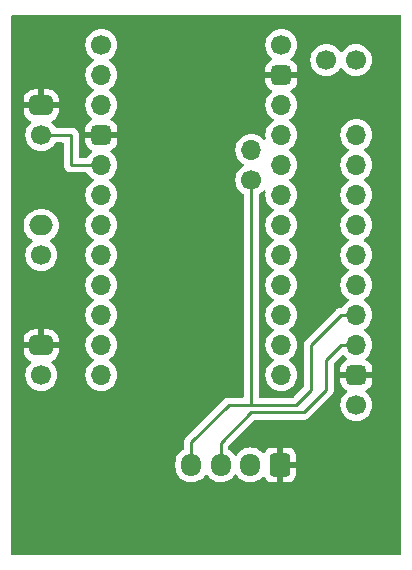
<source format=gbr>
%TF.GenerationSoftware,KiCad,Pcbnew,7.0.7*%
%TF.CreationDate,2023-09-23T14:44:52-07:00*%
%TF.ProjectId,Nitrox_Board,4e697472-6f78-45f4-926f-6172642e6b69,rev?*%
%TF.SameCoordinates,Original*%
%TF.FileFunction,Copper,L2,Bot*%
%TF.FilePolarity,Positive*%
%FSLAX46Y46*%
G04 Gerber Fmt 4.6, Leading zero omitted, Abs format (unit mm)*
G04 Created by KiCad (PCBNEW 7.0.7) date 2023-09-23 14:44:52*
%MOMM*%
%LPD*%
G01*
G04 APERTURE LIST*
G04 Aperture macros list*
%AMRoundRect*
0 Rectangle with rounded corners*
0 $1 Rounding radius*
0 $2 $3 $4 $5 $6 $7 $8 $9 X,Y pos of 4 corners*
0 Add a 4 corners polygon primitive as box body*
4,1,4,$2,$3,$4,$5,$6,$7,$8,$9,$2,$3,0*
0 Add four circle primitives for the rounded corners*
1,1,$1+$1,$2,$3*
1,1,$1+$1,$4,$5*
1,1,$1+$1,$6,$7*
1,1,$1+$1,$8,$9*
0 Add four rect primitives between the rounded corners*
20,1,$1+$1,$2,$3,$4,$5,0*
20,1,$1+$1,$4,$5,$6,$7,0*
20,1,$1+$1,$6,$7,$8,$9,0*
20,1,$1+$1,$8,$9,$2,$3,0*%
G04 Aperture macros list end*
%TA.AperFunction,ComponentPad*%
%ADD10RoundRect,0.250000X0.600000X0.725000X-0.600000X0.725000X-0.600000X-0.725000X0.600000X-0.725000X0*%
%TD*%
%TA.AperFunction,ComponentPad*%
%ADD11O,1.700000X1.950000*%
%TD*%
%TA.AperFunction,ComponentPad*%
%ADD12C,1.700000*%
%TD*%
%TA.AperFunction,ComponentPad*%
%ADD13O,1.700000X1.700000*%
%TD*%
%TA.AperFunction,ComponentPad*%
%ADD14RoundRect,0.425000X-0.425000X-0.425000X0.425000X-0.425000X0.425000X0.425000X-0.425000X0.425000X0*%
%TD*%
%TA.AperFunction,ComponentPad*%
%ADD15O,2.000000X1.700000*%
%TD*%
%TA.AperFunction,ComponentPad*%
%ADD16RoundRect,0.425000X0.575000X-0.425000X0.575000X0.425000X-0.575000X0.425000X-0.575000X-0.425000X0*%
%TD*%
%TA.AperFunction,Conductor*%
%ADD17C,0.250000*%
%TD*%
G04 APERTURE END LIST*
D10*
%TO.P,DISP1,1,Pin_1*%
%TO.N,GND*%
X162440000Y-96520000D03*
D11*
%TO.P,DISP1,2,Pin_2*%
%TO.N,VCC*%
X159940000Y-96520000D03*
%TO.P,DISP1,3,Pin_3*%
%TO.N,SCL*%
X157440000Y-96520000D03*
%TO.P,DISP1,4,Pin_4*%
%TO.N,SDA*%
X154940000Y-96520000D03*
%TD*%
D12*
%TO.P,i2c1,1,Pin_1*%
%TO.N,SDA*%
X160020000Y-72390000D03*
D13*
%TO.P,i2c1,2,Pin_2*%
%TO.N,SCL*%
X160020000Y-69850000D03*
%TD*%
D12*
%TO.P,ProMini1,1,Pin_1*%
%TO.N,unconnected-(ProMini1-Pin_1-Pad1)*%
X147320000Y-60960000D03*
D13*
%TO.P,ProMini1,2,Pin_2*%
%TO.N,unconnected-(ProMini1-Pin_2-Pad2)*%
X147320000Y-63500000D03*
%TO.P,ProMini1,3,Pin_3*%
%TO.N,unconnected-(ProMini1-Pin_3-Pad3)*%
X147320000Y-66040000D03*
D14*
%TO.P,ProMini1,4,Pin_4*%
%TO.N,GND*%
X147320000Y-68580000D03*
D13*
%TO.P,ProMini1,5,Pin_5*%
%TO.N,Net-(Button1-Pin_1)*%
X147320000Y-71120000D03*
%TO.P,ProMini1,6,Pin_6*%
%TO.N,unconnected-(ProMini1-Pin_6-Pad6)*%
X147320000Y-73660000D03*
%TO.P,ProMini1,7,Pin_7*%
%TO.N,unconnected-(ProMini1-Pin_7-Pad7)*%
X147320000Y-76200000D03*
%TO.P,ProMini1,8,Pin_8*%
%TO.N,unconnected-(ProMini1-Pin_8-Pad8)*%
X147320000Y-78740000D03*
%TO.P,ProMini1,9,Pin_9*%
%TO.N,unconnected-(ProMini1-Pin_9-Pad9)*%
X147320000Y-81280000D03*
%TO.P,ProMini1,10,Pin_10*%
%TO.N,unconnected-(ProMini1-Pin_10-Pad10)*%
X147320000Y-83820000D03*
%TO.P,ProMini1,11,Pin_11*%
%TO.N,unconnected-(ProMini1-Pin_11-Pad11)*%
X147320000Y-86360000D03*
%TO.P,ProMini1,12,Pin_12*%
%TO.N,unconnected-(ProMini1-Pin_12-Pad12)*%
X147320000Y-88900000D03*
%TD*%
D12*
%TO.P,SWTCH1,1,Pin_1*%
%TO.N,Net-(BAT1-Pin_1)*%
X142240000Y-78740000D03*
D15*
%TO.P,SWTCH1,2,Pin_2*%
%TO.N,Net-(ProMini2-Pin_1)*%
X142240000Y-76240000D03*
%TD*%
D12*
%TO.P,BAT1,1,Pin_1*%
%TO.N,Net-(BAT1-Pin_1)*%
X142240000Y-88900000D03*
D16*
%TO.P,BAT1,2,Pin_2*%
%TO.N,GND*%
X142240000Y-86400000D03*
%TD*%
D12*
%TO.P,Button1,1,Pin_1*%
%TO.N,Net-(Button1-Pin_1)*%
X142240000Y-68580000D03*
D16*
%TO.P,Button1,2,Pin_2*%
%TO.N,GND*%
X142240000Y-66080000D03*
%TD*%
D12*
%TO.P,ProMini2,1,Pin_1*%
%TO.N,Net-(ProMini2-Pin_1)*%
X162560000Y-60960000D03*
D14*
%TO.P,ProMini2,2,Pin_2*%
%TO.N,GND*%
X162560000Y-63500000D03*
D13*
%TO.P,ProMini2,3,Pin_3*%
%TO.N,unconnected-(ProMini2-Pin_3-Pad3)*%
X162560000Y-66040000D03*
%TO.P,ProMini2,4,Pin_4*%
%TO.N,VCC*%
X162560000Y-68580000D03*
%TO.P,ProMini2,5,Pin_5*%
%TO.N,unconnected-(ProMini2-Pin_5-Pad5)*%
X162560000Y-71120000D03*
%TO.P,ProMini2,6,Pin_6*%
%TO.N,unconnected-(ProMini2-Pin_6-Pad6)*%
X162560000Y-73660000D03*
%TO.P,ProMini2,7,Pin_7*%
%TO.N,unconnected-(ProMini2-Pin_7-Pad7)*%
X162560000Y-76200000D03*
%TO.P,ProMini2,8,Pin_8*%
%TO.N,unconnected-(ProMini2-Pin_8-Pad8)*%
X162560000Y-78740000D03*
%TO.P,ProMini2,9,Pin_9*%
%TO.N,unconnected-(ProMini2-Pin_9-Pad9)*%
X162560000Y-81280000D03*
%TO.P,ProMini2,10,Pin_10*%
%TO.N,unconnected-(ProMini2-Pin_10-Pad10)*%
X162560000Y-83820000D03*
%TO.P,ProMini2,11,Pin_11*%
%TO.N,unconnected-(ProMini2-Pin_11-Pad11)*%
X162560000Y-86360000D03*
%TO.P,ProMini2,12,Pin_12*%
%TO.N,unconnected-(ProMini2-Pin_12-Pad12)*%
X162560000Y-88900000D03*
%TD*%
D12*
%TO.P,Sensor1,1,Pin_1*%
%TO.N,Net-(ADS1115-Pin_7)*%
X168870000Y-62230000D03*
%TO.P,Sensor1,2,Pin_2*%
%TO.N,Net-(ADS1115-Pin_8)*%
X166370000Y-62230000D03*
%TD*%
%TO.P,ADS1115,1,Pin_1*%
%TO.N,VCC*%
X168910000Y-91440000D03*
D14*
%TO.P,ADS1115,2,Pin_2*%
%TO.N,GND*%
X168910000Y-88900000D03*
D13*
%TO.P,ADS1115,3,Pin_3*%
%TO.N,SCL*%
X168910000Y-86360000D03*
%TO.P,ADS1115,4,Pin_4*%
%TO.N,SDA*%
X168910000Y-83820000D03*
%TO.P,ADS1115,5,Pin_5*%
%TO.N,unconnected-(ADS1115-Pin_5-Pad5)*%
X168910000Y-81280000D03*
%TO.P,ADS1115,6,Pin_6*%
%TO.N,unconnected-(ADS1115-Pin_6-Pad6)*%
X168910000Y-78740000D03*
%TO.P,ADS1115,7,Pin_7*%
%TO.N,Net-(ADS1115-Pin_7)*%
X168910000Y-76200000D03*
%TO.P,ADS1115,8,Pin_8*%
%TO.N,Net-(ADS1115-Pin_8)*%
X168910000Y-73660000D03*
%TO.P,ADS1115,9,Pin_9*%
%TO.N,unconnected-(ADS1115-Pin_9-Pad9)*%
X168910000Y-71120000D03*
%TO.P,ADS1115,10,Pin_10*%
%TO.N,unconnected-(ADS1115-Pin_10-Pad10)*%
X168910000Y-68580000D03*
%TD*%
D17*
%TO.N,SDA*%
X160020000Y-72390000D02*
X160020000Y-91440000D01*
X158115000Y-91440000D02*
X160020000Y-91440000D01*
X160020000Y-91440000D02*
X163830000Y-91440000D01*
X154940000Y-94615000D02*
X154940000Y-96520000D01*
%TO.N,SCL*%
X166370000Y-90170000D02*
X164465000Y-92075000D01*
X167640000Y-86360000D02*
X166370000Y-87630000D01*
X160020000Y-92075000D02*
X157440000Y-94655000D01*
X164465000Y-92075000D02*
X160020000Y-92075000D01*
X166370000Y-87630000D02*
X166370000Y-90170000D01*
X168910000Y-86360000D02*
X167640000Y-86360000D01*
X157440000Y-94655000D02*
X157440000Y-96520000D01*
%TO.N,SDA*%
X165100000Y-86360000D02*
X167640000Y-83820000D01*
X154940000Y-94615000D02*
X158115000Y-91440000D01*
X163830000Y-91440000D02*
X165100000Y-90170000D01*
X165100000Y-90170000D02*
X165100000Y-86360000D01*
X167640000Y-83820000D02*
X168910000Y-83820000D01*
%TO.N,Net-(Button1-Pin_1)*%
X142240000Y-68580000D02*
X144780000Y-68580000D01*
X144780000Y-71120000D02*
X147320000Y-71120000D01*
X144780000Y-68580000D02*
X144780000Y-71120000D01*
%TD*%
%TA.AperFunction,Conductor*%
%TO.N,GND*%
G36*
X172662539Y-58440185D02*
G01*
X172708294Y-58492989D01*
X172719500Y-58544500D01*
X172719500Y-104015500D01*
X172699815Y-104082539D01*
X172647011Y-104128294D01*
X172595500Y-104139500D01*
X139824500Y-104139500D01*
X139757461Y-104119815D01*
X139711706Y-104067011D01*
X139700500Y-104015500D01*
X139700500Y-96703966D01*
X153589500Y-96703966D01*
X153604936Y-96880403D01*
X153604938Y-96880413D01*
X153666094Y-97108655D01*
X153666096Y-97108659D01*
X153666097Y-97108663D01*
X153690000Y-97159922D01*
X153765964Y-97322828D01*
X153765965Y-97322830D01*
X153901505Y-97516402D01*
X154068597Y-97683493D01*
X154068599Y-97683495D01*
X154165384Y-97751265D01*
X154262165Y-97819032D01*
X154262167Y-97819033D01*
X154262170Y-97819035D01*
X154476337Y-97918903D01*
X154476343Y-97918904D01*
X154476344Y-97918905D01*
X154515356Y-97929358D01*
X154704592Y-97980063D01*
X154892918Y-97996539D01*
X154939999Y-98000659D01*
X154940000Y-98000659D01*
X154940001Y-98000659D01*
X154979234Y-97997226D01*
X155175408Y-97980063D01*
X155403663Y-97918903D01*
X155617829Y-97819035D01*
X155811401Y-97683495D01*
X155978495Y-97516401D01*
X156088426Y-97359401D01*
X156143001Y-97315778D01*
X156212500Y-97308584D01*
X156274855Y-97340106D01*
X156291571Y-97359398D01*
X156318383Y-97397690D01*
X156401506Y-97516403D01*
X156568597Y-97683492D01*
X156568599Y-97683495D01*
X156665384Y-97751264D01*
X156762165Y-97819032D01*
X156762167Y-97819033D01*
X156762170Y-97819035D01*
X156976337Y-97918903D01*
X156976343Y-97918904D01*
X156976344Y-97918905D01*
X157015356Y-97929358D01*
X157204592Y-97980063D01*
X157392918Y-97996539D01*
X157439999Y-98000659D01*
X157440000Y-98000659D01*
X157440001Y-98000659D01*
X157479234Y-97997226D01*
X157675408Y-97980063D01*
X157903663Y-97918903D01*
X158117829Y-97819035D01*
X158311401Y-97683495D01*
X158478495Y-97516401D01*
X158588426Y-97359401D01*
X158643001Y-97315778D01*
X158712500Y-97308584D01*
X158774855Y-97340106D01*
X158791571Y-97359398D01*
X158818383Y-97397690D01*
X158901506Y-97516403D01*
X159068597Y-97683493D01*
X159068599Y-97683495D01*
X159165384Y-97751264D01*
X159262165Y-97819032D01*
X159262167Y-97819033D01*
X159262170Y-97819035D01*
X159476337Y-97918903D01*
X159476343Y-97918904D01*
X159476344Y-97918905D01*
X159515356Y-97929358D01*
X159704592Y-97980063D01*
X159892918Y-97996539D01*
X159939999Y-98000659D01*
X159940000Y-98000659D01*
X159940001Y-98000659D01*
X159979234Y-97997226D01*
X160175408Y-97980063D01*
X160403663Y-97918903D01*
X160617829Y-97819035D01*
X160811401Y-97683495D01*
X160958965Y-97535930D01*
X161020287Y-97502447D01*
X161089978Y-97507431D01*
X161145912Y-97549302D01*
X161152183Y-97558516D01*
X161247680Y-97713340D01*
X161247683Y-97713344D01*
X161371654Y-97837315D01*
X161520875Y-97929356D01*
X161520880Y-97929358D01*
X161687302Y-97984505D01*
X161687309Y-97984506D01*
X161790019Y-97994999D01*
X162189999Y-97994999D01*
X162190000Y-97994998D01*
X162190000Y-97107044D01*
X162209685Y-97040005D01*
X162262489Y-96994250D01*
X162331647Y-96984306D01*
X162337066Y-96985085D01*
X162406025Y-96995000D01*
X162406026Y-96995000D01*
X162473974Y-96995000D01*
X162473975Y-96995000D01*
X162543570Y-96984993D01*
X162548353Y-96984306D01*
X162617512Y-96994250D01*
X162670316Y-97040005D01*
X162690000Y-97107044D01*
X162690000Y-97994999D01*
X163089972Y-97994999D01*
X163089986Y-97994998D01*
X163192697Y-97984505D01*
X163359119Y-97929358D01*
X163359124Y-97929356D01*
X163508345Y-97837315D01*
X163632315Y-97713345D01*
X163724356Y-97564124D01*
X163724358Y-97564119D01*
X163779505Y-97397697D01*
X163779506Y-97397690D01*
X163789999Y-97294986D01*
X163790000Y-97294973D01*
X163790000Y-96770000D01*
X163027292Y-96770000D01*
X162960253Y-96750315D01*
X162914498Y-96697511D01*
X162904554Y-96628353D01*
X162908314Y-96611067D01*
X162915000Y-96588294D01*
X162915000Y-96451705D01*
X162908314Y-96428933D01*
X162908316Y-96359063D01*
X162946091Y-96300286D01*
X163009647Y-96271262D01*
X163027292Y-96270000D01*
X163789999Y-96270000D01*
X163789999Y-95745028D01*
X163789998Y-95745013D01*
X163779505Y-95642302D01*
X163724358Y-95475880D01*
X163724356Y-95475875D01*
X163632315Y-95326654D01*
X163508345Y-95202684D01*
X163359124Y-95110643D01*
X163359119Y-95110641D01*
X163192697Y-95055494D01*
X163192690Y-95055493D01*
X163089986Y-95045000D01*
X162690000Y-95045000D01*
X162690000Y-95932956D01*
X162670315Y-95999995D01*
X162617511Y-96045750D01*
X162548353Y-96055694D01*
X162522064Y-96051914D01*
X162473975Y-96045000D01*
X162406025Y-96045000D01*
X162331647Y-96055694D01*
X162262488Y-96045750D01*
X162209684Y-95999995D01*
X162190000Y-95932956D01*
X162190000Y-95045000D01*
X161790028Y-95045000D01*
X161790012Y-95045001D01*
X161687302Y-95055494D01*
X161520880Y-95110641D01*
X161520875Y-95110643D01*
X161371654Y-95202684D01*
X161247683Y-95326655D01*
X161247680Y-95326659D01*
X161152183Y-95481483D01*
X161100235Y-95528208D01*
X161031272Y-95539429D01*
X160967190Y-95511586D01*
X160958964Y-95504068D01*
X160930771Y-95475875D01*
X160811401Y-95356505D01*
X160811397Y-95356502D01*
X160811396Y-95356501D01*
X160617834Y-95220967D01*
X160617830Y-95220965D01*
X160565500Y-95196563D01*
X160403663Y-95121097D01*
X160403659Y-95121096D01*
X160403655Y-95121094D01*
X160175413Y-95059938D01*
X160175403Y-95059936D01*
X159940001Y-95039341D01*
X159939999Y-95039341D01*
X159704596Y-95059936D01*
X159704586Y-95059938D01*
X159476344Y-95121094D01*
X159476335Y-95121098D01*
X159262171Y-95220964D01*
X159262169Y-95220965D01*
X159068597Y-95356505D01*
X158901505Y-95523597D01*
X158791575Y-95680595D01*
X158736998Y-95724220D01*
X158667500Y-95731414D01*
X158605145Y-95699891D01*
X158588425Y-95680595D01*
X158478494Y-95523597D01*
X158311402Y-95356506D01*
X158311401Y-95356505D01*
X158118376Y-95221347D01*
X158074751Y-95166770D01*
X158065500Y-95119772D01*
X158065500Y-94965452D01*
X158085185Y-94898413D01*
X158101819Y-94877771D01*
X160242772Y-92736819D01*
X160304095Y-92703334D01*
X160330453Y-92700500D01*
X164382257Y-92700500D01*
X164397877Y-92702224D01*
X164397904Y-92701939D01*
X164405660Y-92702671D01*
X164405667Y-92702673D01*
X164474814Y-92700500D01*
X164504350Y-92700500D01*
X164511228Y-92699630D01*
X164517041Y-92699172D01*
X164563627Y-92697709D01*
X164582869Y-92692117D01*
X164601912Y-92688174D01*
X164621792Y-92685664D01*
X164665122Y-92668507D01*
X164670646Y-92666617D01*
X164674396Y-92665527D01*
X164715390Y-92653618D01*
X164732629Y-92643422D01*
X164750103Y-92634862D01*
X164768727Y-92627488D01*
X164768727Y-92627487D01*
X164768732Y-92627486D01*
X164806449Y-92600082D01*
X164811305Y-92596892D01*
X164851420Y-92573170D01*
X164865589Y-92558999D01*
X164880379Y-92546368D01*
X164896587Y-92534594D01*
X164926299Y-92498676D01*
X164930212Y-92494376D01*
X166753787Y-90670801D01*
X166766042Y-90660986D01*
X166765859Y-90660764D01*
X166771866Y-90655792D01*
X166771877Y-90655786D01*
X166802775Y-90622882D01*
X166819227Y-90605364D01*
X166829671Y-90594918D01*
X166840120Y-90584471D01*
X166844379Y-90578978D01*
X166848152Y-90574561D01*
X166880062Y-90540582D01*
X166889715Y-90523020D01*
X166900389Y-90506770D01*
X166912673Y-90490936D01*
X166931180Y-90448167D01*
X166933749Y-90442924D01*
X166956196Y-90402093D01*
X166956197Y-90402092D01*
X166961177Y-90382691D01*
X166967478Y-90364288D01*
X166975438Y-90345896D01*
X166982730Y-90299849D01*
X166983911Y-90294152D01*
X166995500Y-90249019D01*
X166995500Y-90228974D01*
X166997025Y-90209591D01*
X167000160Y-90189804D01*
X166995775Y-90143415D01*
X166995500Y-90137577D01*
X166995500Y-87940451D01*
X167015185Y-87873412D01*
X167031815Y-87852774D01*
X167677100Y-87207488D01*
X167738423Y-87174004D01*
X167808115Y-87178988D01*
X167864048Y-87220860D01*
X167866332Y-87224014D01*
X167871505Y-87231401D01*
X167871506Y-87231402D01*
X167871507Y-87231403D01*
X168038597Y-87398493D01*
X168038603Y-87398498D01*
X168089272Y-87433977D01*
X168132897Y-87488554D01*
X168140091Y-87558052D01*
X168108568Y-87620407D01*
X168074444Y-87646037D01*
X167978432Y-87694957D01*
X167827324Y-87817324D01*
X167704957Y-87968432D01*
X167616682Y-88141684D01*
X167566355Y-88329502D01*
X167560000Y-88410260D01*
X167560000Y-88650000D01*
X168296653Y-88650000D01*
X168363692Y-88669685D01*
X168409447Y-88722489D01*
X168419391Y-88791647D01*
X168415631Y-88808933D01*
X168410000Y-88828111D01*
X168410000Y-88971888D01*
X168415631Y-88991067D01*
X168415630Y-89060936D01*
X168377855Y-89119714D01*
X168314299Y-89148738D01*
X168296653Y-89150000D01*
X167560000Y-89150000D01*
X167560000Y-89389740D01*
X167566355Y-89470497D01*
X167616682Y-89658315D01*
X167704957Y-89831567D01*
X167827324Y-89982675D01*
X167978433Y-90105043D01*
X167978435Y-90105044D01*
X168074443Y-90153962D01*
X168125239Y-90201936D01*
X168142035Y-90269757D01*
X168119498Y-90335892D01*
X168089274Y-90366021D01*
X168038595Y-90401507D01*
X167871505Y-90568597D01*
X167735965Y-90762169D01*
X167735964Y-90762171D01*
X167636098Y-90976335D01*
X167636094Y-90976344D01*
X167574938Y-91204586D01*
X167574936Y-91204596D01*
X167554341Y-91439999D01*
X167554341Y-91440000D01*
X167574936Y-91675403D01*
X167574938Y-91675413D01*
X167636094Y-91903655D01*
X167636096Y-91903659D01*
X167636097Y-91903663D01*
X167711563Y-92065500D01*
X167735965Y-92117830D01*
X167735967Y-92117834D01*
X167750080Y-92137989D01*
X167871505Y-92311401D01*
X168038599Y-92478495D01*
X168061264Y-92494365D01*
X168232165Y-92614032D01*
X168232167Y-92614033D01*
X168232170Y-92614035D01*
X168446337Y-92713903D01*
X168674592Y-92775063D01*
X168862918Y-92791539D01*
X168909999Y-92795659D01*
X168910000Y-92795659D01*
X168910001Y-92795659D01*
X168949234Y-92792226D01*
X169145408Y-92775063D01*
X169373663Y-92713903D01*
X169587830Y-92614035D01*
X169781401Y-92478495D01*
X169948495Y-92311401D01*
X170084035Y-92117830D01*
X170183903Y-91903663D01*
X170245063Y-91675408D01*
X170265659Y-91440000D01*
X170245063Y-91204592D01*
X170183903Y-90976337D01*
X170084035Y-90762171D01*
X170013280Y-90661121D01*
X169948494Y-90568597D01*
X169781402Y-90401506D01*
X169781401Y-90401505D01*
X169730725Y-90366021D01*
X169687101Y-90311445D01*
X169679909Y-90241946D01*
X169711431Y-90179592D01*
X169745556Y-90153962D01*
X169841565Y-90105044D01*
X169841566Y-90105043D01*
X169992675Y-89982675D01*
X170115042Y-89831567D01*
X170203317Y-89658315D01*
X170253644Y-89470497D01*
X170260000Y-89389740D01*
X170260000Y-89150000D01*
X169523347Y-89150000D01*
X169456308Y-89130315D01*
X169410553Y-89077511D01*
X169400609Y-89008353D01*
X169404369Y-88991067D01*
X169410000Y-88971888D01*
X169410000Y-88828111D01*
X169404369Y-88808933D01*
X169404370Y-88739064D01*
X169442145Y-88680286D01*
X169505701Y-88651262D01*
X169523347Y-88650000D01*
X170260000Y-88650000D01*
X170260000Y-88410260D01*
X170253644Y-88329502D01*
X170203317Y-88141684D01*
X170115042Y-87968432D01*
X169992675Y-87817324D01*
X169841567Y-87694957D01*
X169745555Y-87646037D01*
X169694759Y-87598063D01*
X169677964Y-87530242D01*
X169700501Y-87464107D01*
X169730727Y-87433977D01*
X169781401Y-87398495D01*
X169948495Y-87231401D01*
X170084035Y-87037830D01*
X170183903Y-86823663D01*
X170245063Y-86595408D01*
X170265659Y-86360000D01*
X170245063Y-86124592D01*
X170184993Y-85900406D01*
X170183905Y-85896344D01*
X170183904Y-85896343D01*
X170183903Y-85896337D01*
X170084035Y-85682171D01*
X170083505Y-85681413D01*
X169948494Y-85488597D01*
X169781402Y-85321506D01*
X169781396Y-85321501D01*
X169595842Y-85191575D01*
X169552217Y-85136998D01*
X169545023Y-85067500D01*
X169576546Y-85005145D01*
X169595842Y-84988425D01*
X169618026Y-84972891D01*
X169781401Y-84858495D01*
X169948495Y-84691401D01*
X170084035Y-84497830D01*
X170183903Y-84283663D01*
X170245063Y-84055408D01*
X170265659Y-83820000D01*
X170245063Y-83584592D01*
X170183903Y-83356337D01*
X170084035Y-83142171D01*
X170083505Y-83141413D01*
X169948494Y-82948597D01*
X169781402Y-82781506D01*
X169781401Y-82781505D01*
X169595842Y-82651575D01*
X169595841Y-82651574D01*
X169552216Y-82596997D01*
X169545024Y-82527498D01*
X169576546Y-82465144D01*
X169595836Y-82448428D01*
X169781401Y-82318495D01*
X169948495Y-82151401D01*
X170084035Y-81957830D01*
X170183903Y-81743663D01*
X170245063Y-81515408D01*
X170265659Y-81280000D01*
X170245063Y-81044592D01*
X170183903Y-80816337D01*
X170084035Y-80602171D01*
X169948495Y-80408599D01*
X169948494Y-80408597D01*
X169781402Y-80241506D01*
X169781396Y-80241501D01*
X169595842Y-80111575D01*
X169552217Y-80056998D01*
X169545023Y-79987500D01*
X169576546Y-79925145D01*
X169595842Y-79908425D01*
X169618026Y-79892891D01*
X169781401Y-79778495D01*
X169948495Y-79611401D01*
X170084035Y-79417830D01*
X170183903Y-79203663D01*
X170245063Y-78975408D01*
X170265659Y-78740000D01*
X170245063Y-78504592D01*
X170183903Y-78276337D01*
X170084035Y-78062171D01*
X169948495Y-77868599D01*
X169948494Y-77868597D01*
X169781402Y-77701506D01*
X169781401Y-77701505D01*
X169645337Y-77606232D01*
X169595841Y-77571574D01*
X169552216Y-77516997D01*
X169545024Y-77447498D01*
X169576546Y-77385144D01*
X169595836Y-77368428D01*
X169781401Y-77238495D01*
X169948495Y-77071401D01*
X170084035Y-76877830D01*
X170183903Y-76663663D01*
X170245063Y-76435408D01*
X170265659Y-76200000D01*
X170245063Y-75964592D01*
X170183903Y-75736337D01*
X170084035Y-75522171D01*
X169976504Y-75368599D01*
X169948494Y-75328597D01*
X169781402Y-75161506D01*
X169781396Y-75161501D01*
X169595842Y-75031575D01*
X169552217Y-74976998D01*
X169545023Y-74907500D01*
X169576546Y-74845145D01*
X169595842Y-74828425D01*
X169618026Y-74812891D01*
X169781401Y-74698495D01*
X169948495Y-74531401D01*
X170084035Y-74337830D01*
X170183903Y-74123663D01*
X170245063Y-73895408D01*
X170265659Y-73660000D01*
X170245063Y-73424592D01*
X170183903Y-73196337D01*
X170084035Y-72982171D01*
X169994054Y-72853663D01*
X169948494Y-72788597D01*
X169781402Y-72621506D01*
X169781401Y-72621505D01*
X169595842Y-72491575D01*
X169595841Y-72491574D01*
X169552216Y-72436997D01*
X169545024Y-72367498D01*
X169576546Y-72305144D01*
X169595836Y-72288428D01*
X169781401Y-72158495D01*
X169948495Y-71991401D01*
X170084035Y-71797830D01*
X170183903Y-71583663D01*
X170245063Y-71355408D01*
X170265659Y-71120000D01*
X170263690Y-71097500D01*
X170256772Y-71018425D01*
X170245063Y-70884592D01*
X170183903Y-70656337D01*
X170084035Y-70442171D01*
X170083652Y-70441623D01*
X169948494Y-70248597D01*
X169781402Y-70081506D01*
X169781396Y-70081501D01*
X169595842Y-69951575D01*
X169552217Y-69896998D01*
X169545023Y-69827500D01*
X169576546Y-69765145D01*
X169595842Y-69748425D01*
X169718305Y-69662675D01*
X169781401Y-69618495D01*
X169948495Y-69451401D01*
X170084035Y-69257830D01*
X170183903Y-69043663D01*
X170245063Y-68815408D01*
X170265659Y-68580000D01*
X170263769Y-68558403D01*
X170260676Y-68523041D01*
X170245063Y-68344592D01*
X170183903Y-68116337D01*
X170084035Y-67902171D01*
X170083652Y-67901623D01*
X169948494Y-67708597D01*
X169781402Y-67541506D01*
X169781395Y-67541501D01*
X169587834Y-67405967D01*
X169587830Y-67405965D01*
X169565729Y-67395659D01*
X169373663Y-67306097D01*
X169373659Y-67306096D01*
X169373655Y-67306094D01*
X169145413Y-67244938D01*
X169145403Y-67244936D01*
X168910001Y-67224341D01*
X168909999Y-67224341D01*
X168674596Y-67244936D01*
X168674586Y-67244938D01*
X168446344Y-67306094D01*
X168446335Y-67306098D01*
X168232171Y-67405964D01*
X168232169Y-67405965D01*
X168038597Y-67541505D01*
X167871505Y-67708597D01*
X167735965Y-67902169D01*
X167735964Y-67902171D01*
X167636098Y-68116335D01*
X167636094Y-68116344D01*
X167574938Y-68344586D01*
X167574936Y-68344596D01*
X167554341Y-68579999D01*
X167554341Y-68580000D01*
X167574936Y-68815403D01*
X167574938Y-68815413D01*
X167636094Y-69043655D01*
X167636096Y-69043659D01*
X167636097Y-69043663D01*
X167711563Y-69205500D01*
X167735965Y-69257830D01*
X167735967Y-69257834D01*
X167844281Y-69412521D01*
X167871501Y-69451396D01*
X167871506Y-69451402D01*
X168038597Y-69618493D01*
X168038603Y-69618498D01*
X168224158Y-69748425D01*
X168267783Y-69803002D01*
X168274977Y-69872500D01*
X168243454Y-69934855D01*
X168224158Y-69951575D01*
X168038597Y-70081505D01*
X167871505Y-70248597D01*
X167735965Y-70442169D01*
X167735964Y-70442171D01*
X167636098Y-70656335D01*
X167636094Y-70656344D01*
X167574938Y-70884586D01*
X167574936Y-70884596D01*
X167554341Y-71119999D01*
X167554341Y-71120000D01*
X167574936Y-71355403D01*
X167574938Y-71355413D01*
X167636094Y-71583655D01*
X167636096Y-71583659D01*
X167636097Y-71583663D01*
X167697869Y-71716133D01*
X167735965Y-71797830D01*
X167735967Y-71797834D01*
X167844281Y-71952521D01*
X167871501Y-71991396D01*
X167871506Y-71991402D01*
X168038597Y-72158493D01*
X168038603Y-72158498D01*
X168224158Y-72288425D01*
X168267783Y-72343002D01*
X168274977Y-72412500D01*
X168243454Y-72474855D01*
X168224158Y-72491575D01*
X168038597Y-72621505D01*
X167871505Y-72788597D01*
X167735965Y-72982169D01*
X167735964Y-72982171D01*
X167636098Y-73196335D01*
X167636094Y-73196344D01*
X167574938Y-73424586D01*
X167574936Y-73424596D01*
X167554341Y-73659999D01*
X167554341Y-73660000D01*
X167574936Y-73895403D01*
X167574938Y-73895413D01*
X167636094Y-74123655D01*
X167636096Y-74123659D01*
X167636097Y-74123663D01*
X167735965Y-74337829D01*
X167735965Y-74337830D01*
X167735967Y-74337834D01*
X167871501Y-74531395D01*
X167871506Y-74531402D01*
X168038597Y-74698493D01*
X168038603Y-74698498D01*
X168224158Y-74828425D01*
X168267783Y-74883002D01*
X168274977Y-74952500D01*
X168243454Y-75014855D01*
X168224158Y-75031575D01*
X168038597Y-75161505D01*
X167871505Y-75328597D01*
X167735965Y-75522169D01*
X167735964Y-75522171D01*
X167636098Y-75736335D01*
X167636094Y-75736344D01*
X167574938Y-75964586D01*
X167574936Y-75964596D01*
X167554341Y-76199999D01*
X167554341Y-76200000D01*
X167574936Y-76435403D01*
X167574938Y-76435413D01*
X167636094Y-76663655D01*
X167636096Y-76663659D01*
X167636097Y-76663663D01*
X167654750Y-76703664D01*
X167735965Y-76877830D01*
X167735967Y-76877834D01*
X167871501Y-77071395D01*
X167871506Y-77071402D01*
X168038597Y-77238493D01*
X168038603Y-77238498D01*
X168224158Y-77368425D01*
X168267783Y-77423002D01*
X168274977Y-77492500D01*
X168243454Y-77554855D01*
X168224158Y-77571575D01*
X168038597Y-77701505D01*
X167871505Y-77868597D01*
X167735965Y-78062169D01*
X167735964Y-78062171D01*
X167636098Y-78276335D01*
X167636094Y-78276344D01*
X167574938Y-78504586D01*
X167574936Y-78504596D01*
X167554341Y-78739999D01*
X167554341Y-78740000D01*
X167574936Y-78975403D01*
X167574938Y-78975413D01*
X167636094Y-79203655D01*
X167636096Y-79203659D01*
X167636097Y-79203663D01*
X167735964Y-79417830D01*
X167735965Y-79417830D01*
X167735967Y-79417834D01*
X167871501Y-79611395D01*
X167871506Y-79611402D01*
X168038597Y-79778493D01*
X168038603Y-79778498D01*
X168224158Y-79908425D01*
X168267783Y-79963002D01*
X168274977Y-80032500D01*
X168243454Y-80094855D01*
X168224158Y-80111575D01*
X168038597Y-80241505D01*
X167871505Y-80408597D01*
X167735965Y-80602169D01*
X167735964Y-80602171D01*
X167636098Y-80816335D01*
X167636094Y-80816344D01*
X167574938Y-81044586D01*
X167574936Y-81044596D01*
X167554341Y-81279999D01*
X167554341Y-81280000D01*
X167574936Y-81515403D01*
X167574938Y-81515413D01*
X167636094Y-81743655D01*
X167636096Y-81743659D01*
X167636097Y-81743663D01*
X167735965Y-81957829D01*
X167735965Y-81957830D01*
X167735967Y-81957834D01*
X167871501Y-82151395D01*
X167871506Y-82151402D01*
X168038597Y-82318493D01*
X168038603Y-82318498D01*
X168224158Y-82448425D01*
X168267783Y-82503002D01*
X168274977Y-82572500D01*
X168243454Y-82634855D01*
X168224158Y-82651575D01*
X168038597Y-82781505D01*
X167871505Y-82948597D01*
X167736495Y-83141413D01*
X167681918Y-83185038D01*
X167638825Y-83194228D01*
X167631284Y-83194466D01*
X167630203Y-83194500D01*
X167600650Y-83194500D01*
X167599929Y-83194590D01*
X167593757Y-83195369D01*
X167587945Y-83195826D01*
X167541372Y-83197290D01*
X167541369Y-83197291D01*
X167522126Y-83202881D01*
X167503083Y-83206825D01*
X167483204Y-83209336D01*
X167483203Y-83209337D01*
X167439878Y-83226490D01*
X167434352Y-83228382D01*
X167389608Y-83241383D01*
X167389604Y-83241385D01*
X167372365Y-83251580D01*
X167354898Y-83260137D01*
X167336269Y-83267512D01*
X167336267Y-83267513D01*
X167298564Y-83294906D01*
X167293682Y-83298112D01*
X167253580Y-83321828D01*
X167239408Y-83336000D01*
X167224623Y-83348628D01*
X167208412Y-83360407D01*
X167178709Y-83396310D01*
X167174777Y-83400631D01*
X164716208Y-85859199D01*
X164703951Y-85869020D01*
X164704134Y-85869241D01*
X164698123Y-85874213D01*
X164650772Y-85924636D01*
X164629889Y-85945519D01*
X164629877Y-85945532D01*
X164625621Y-85951017D01*
X164621837Y-85955447D01*
X164589937Y-85989418D01*
X164589936Y-85989420D01*
X164580284Y-86006976D01*
X164569610Y-86023226D01*
X164557329Y-86039061D01*
X164557324Y-86039068D01*
X164538815Y-86081838D01*
X164536245Y-86087084D01*
X164513803Y-86127906D01*
X164508822Y-86147307D01*
X164502521Y-86165710D01*
X164494562Y-86184102D01*
X164494561Y-86184105D01*
X164487271Y-86230127D01*
X164486087Y-86235846D01*
X164474501Y-86280972D01*
X164474499Y-86280984D01*
X164474499Y-86301020D01*
X164472973Y-86320411D01*
X164469840Y-86340194D01*
X164469840Y-86340195D01*
X164474225Y-86386583D01*
X164474500Y-86392421D01*
X164474500Y-89859546D01*
X164454815Y-89926585D01*
X164438181Y-89947227D01*
X163607228Y-90778181D01*
X163545905Y-90811666D01*
X163519547Y-90814500D01*
X160769500Y-90814500D01*
X160702461Y-90794815D01*
X160656706Y-90742011D01*
X160645500Y-90690500D01*
X160645500Y-73665226D01*
X160665185Y-73598187D01*
X160698374Y-73563654D01*
X160891401Y-73428495D01*
X161018363Y-73301532D01*
X161079682Y-73268050D01*
X161149374Y-73273034D01*
X161205308Y-73314905D01*
X161229725Y-73380369D01*
X161225819Y-73421299D01*
X161224938Y-73424585D01*
X161224936Y-73424596D01*
X161204341Y-73659999D01*
X161204341Y-73660000D01*
X161224936Y-73895403D01*
X161224938Y-73895413D01*
X161286094Y-74123655D01*
X161286096Y-74123659D01*
X161286097Y-74123663D01*
X161385964Y-74337829D01*
X161385965Y-74337830D01*
X161385967Y-74337834D01*
X161521501Y-74531395D01*
X161521506Y-74531402D01*
X161688597Y-74698493D01*
X161688603Y-74698498D01*
X161874158Y-74828425D01*
X161917783Y-74883002D01*
X161924977Y-74952500D01*
X161893454Y-75014855D01*
X161874158Y-75031575D01*
X161688597Y-75161505D01*
X161521505Y-75328597D01*
X161385965Y-75522169D01*
X161385964Y-75522171D01*
X161286098Y-75736335D01*
X161286094Y-75736344D01*
X161224938Y-75964586D01*
X161224936Y-75964596D01*
X161204341Y-76199999D01*
X161204341Y-76200000D01*
X161224936Y-76435403D01*
X161224938Y-76435413D01*
X161286094Y-76663655D01*
X161286096Y-76663659D01*
X161286097Y-76663663D01*
X161304750Y-76703664D01*
X161385965Y-76877830D01*
X161385967Y-76877834D01*
X161521501Y-77071395D01*
X161521506Y-77071402D01*
X161688597Y-77238493D01*
X161688603Y-77238498D01*
X161874158Y-77368425D01*
X161917783Y-77423002D01*
X161924977Y-77492500D01*
X161893454Y-77554855D01*
X161874158Y-77571575D01*
X161688597Y-77701505D01*
X161521505Y-77868597D01*
X161385965Y-78062169D01*
X161385964Y-78062171D01*
X161286098Y-78276335D01*
X161286094Y-78276344D01*
X161224938Y-78504586D01*
X161224936Y-78504596D01*
X161204341Y-78739999D01*
X161204341Y-78740000D01*
X161224936Y-78975403D01*
X161224938Y-78975413D01*
X161286094Y-79203655D01*
X161286096Y-79203659D01*
X161286097Y-79203663D01*
X161385965Y-79417830D01*
X161385967Y-79417834D01*
X161521501Y-79611395D01*
X161521506Y-79611402D01*
X161688597Y-79778493D01*
X161688603Y-79778498D01*
X161874158Y-79908425D01*
X161917783Y-79963002D01*
X161924977Y-80032500D01*
X161893454Y-80094855D01*
X161874158Y-80111575D01*
X161688597Y-80241505D01*
X161521505Y-80408597D01*
X161385965Y-80602169D01*
X161385964Y-80602171D01*
X161286098Y-80816335D01*
X161286094Y-80816344D01*
X161224938Y-81044586D01*
X161224936Y-81044596D01*
X161204341Y-81279999D01*
X161204341Y-81280000D01*
X161224936Y-81515403D01*
X161224938Y-81515413D01*
X161286094Y-81743655D01*
X161286096Y-81743659D01*
X161286097Y-81743663D01*
X161385965Y-81957829D01*
X161385965Y-81957830D01*
X161385967Y-81957834D01*
X161521501Y-82151395D01*
X161521506Y-82151402D01*
X161688597Y-82318493D01*
X161688603Y-82318498D01*
X161874158Y-82448425D01*
X161917783Y-82503002D01*
X161924977Y-82572500D01*
X161893454Y-82634855D01*
X161874158Y-82651575D01*
X161688597Y-82781505D01*
X161521505Y-82948597D01*
X161385965Y-83142169D01*
X161385964Y-83142171D01*
X161286098Y-83356335D01*
X161286094Y-83356344D01*
X161224938Y-83584586D01*
X161224936Y-83584596D01*
X161204341Y-83819999D01*
X161204341Y-83820000D01*
X161224936Y-84055403D01*
X161224938Y-84055413D01*
X161286094Y-84283655D01*
X161286096Y-84283659D01*
X161286097Y-84283663D01*
X161385964Y-84497830D01*
X161385965Y-84497830D01*
X161385967Y-84497834D01*
X161521501Y-84691395D01*
X161521506Y-84691402D01*
X161688597Y-84858493D01*
X161688603Y-84858498D01*
X161874158Y-84988425D01*
X161917783Y-85043002D01*
X161924977Y-85112500D01*
X161893454Y-85174855D01*
X161874158Y-85191575D01*
X161688597Y-85321505D01*
X161521505Y-85488597D01*
X161385965Y-85682169D01*
X161385964Y-85682171D01*
X161286098Y-85896335D01*
X161286094Y-85896344D01*
X161224938Y-86124586D01*
X161224936Y-86124596D01*
X161204341Y-86359999D01*
X161204341Y-86360000D01*
X161224936Y-86595403D01*
X161224938Y-86595413D01*
X161286094Y-86823655D01*
X161286096Y-86823659D01*
X161286097Y-86823663D01*
X161321694Y-86900000D01*
X161385965Y-87037830D01*
X161385967Y-87037834D01*
X161476258Y-87166782D01*
X161506289Y-87209671D01*
X161521501Y-87231395D01*
X161521506Y-87231402D01*
X161688597Y-87398493D01*
X161688603Y-87398498D01*
X161874158Y-87528425D01*
X161917783Y-87583002D01*
X161924977Y-87652500D01*
X161893454Y-87714855D01*
X161874158Y-87731575D01*
X161688597Y-87861505D01*
X161521505Y-88028597D01*
X161385965Y-88222169D01*
X161385964Y-88222171D01*
X161286098Y-88436335D01*
X161286094Y-88436344D01*
X161224938Y-88664586D01*
X161224936Y-88664596D01*
X161204341Y-88899999D01*
X161204341Y-88900000D01*
X161224936Y-89135403D01*
X161224938Y-89135413D01*
X161286094Y-89363655D01*
X161286096Y-89363659D01*
X161286097Y-89363663D01*
X161335915Y-89470497D01*
X161385965Y-89577830D01*
X161385967Y-89577834D01*
X161442321Y-89658315D01*
X161521505Y-89771401D01*
X161688599Y-89938495D01*
X161701070Y-89947227D01*
X161882165Y-90074032D01*
X161882167Y-90074033D01*
X161882170Y-90074035D01*
X162096337Y-90173903D01*
X162324592Y-90235063D01*
X162512918Y-90251539D01*
X162559999Y-90255659D01*
X162560000Y-90255659D01*
X162560001Y-90255659D01*
X162599234Y-90252226D01*
X162795408Y-90235063D01*
X163023663Y-90173903D01*
X163237830Y-90074035D01*
X163431401Y-89938495D01*
X163598495Y-89771401D01*
X163734035Y-89577830D01*
X163833903Y-89363663D01*
X163895063Y-89135408D01*
X163915659Y-88900000D01*
X163895063Y-88664592D01*
X163833903Y-88436337D01*
X163734035Y-88222171D01*
X163598495Y-88028599D01*
X163598494Y-88028597D01*
X163431402Y-87861506D01*
X163431401Y-87861505D01*
X163245842Y-87731575D01*
X163245841Y-87731574D01*
X163202216Y-87676997D01*
X163195024Y-87607498D01*
X163226546Y-87545144D01*
X163245836Y-87528428D01*
X163431401Y-87398495D01*
X163598495Y-87231401D01*
X163734035Y-87037830D01*
X163833903Y-86823663D01*
X163895063Y-86595408D01*
X163915659Y-86360000D01*
X163895063Y-86124592D01*
X163834993Y-85900406D01*
X163833905Y-85896344D01*
X163833904Y-85896343D01*
X163833903Y-85896337D01*
X163734035Y-85682171D01*
X163733505Y-85681413D01*
X163598494Y-85488597D01*
X163431402Y-85321506D01*
X163431401Y-85321505D01*
X163245842Y-85191575D01*
X163245841Y-85191574D01*
X163202216Y-85136997D01*
X163195024Y-85067498D01*
X163226546Y-85005144D01*
X163245836Y-84988428D01*
X163431401Y-84858495D01*
X163598495Y-84691401D01*
X163734035Y-84497830D01*
X163833903Y-84283663D01*
X163895063Y-84055408D01*
X163915659Y-83820000D01*
X163895063Y-83584592D01*
X163833903Y-83356337D01*
X163734035Y-83142171D01*
X163733505Y-83141413D01*
X163598494Y-82948597D01*
X163431402Y-82781506D01*
X163431401Y-82781505D01*
X163245842Y-82651575D01*
X163245841Y-82651574D01*
X163202216Y-82596997D01*
X163195024Y-82527498D01*
X163226546Y-82465144D01*
X163245836Y-82448428D01*
X163431401Y-82318495D01*
X163598495Y-82151401D01*
X163734035Y-81957830D01*
X163833903Y-81743663D01*
X163895063Y-81515408D01*
X163915659Y-81280000D01*
X163895063Y-81044592D01*
X163833903Y-80816337D01*
X163734035Y-80602171D01*
X163598495Y-80408599D01*
X163598494Y-80408597D01*
X163431402Y-80241506D01*
X163431401Y-80241505D01*
X163245842Y-80111575D01*
X163245841Y-80111574D01*
X163202216Y-80056997D01*
X163195024Y-79987498D01*
X163226546Y-79925144D01*
X163245836Y-79908428D01*
X163431401Y-79778495D01*
X163598495Y-79611401D01*
X163734035Y-79417830D01*
X163833903Y-79203663D01*
X163895063Y-78975408D01*
X163915659Y-78740000D01*
X163895063Y-78504592D01*
X163833903Y-78276337D01*
X163734035Y-78062171D01*
X163598495Y-77868599D01*
X163598494Y-77868597D01*
X163431402Y-77701506D01*
X163431396Y-77701501D01*
X163245842Y-77571575D01*
X163202217Y-77516998D01*
X163195023Y-77447500D01*
X163226546Y-77385145D01*
X163245842Y-77368425D01*
X163374275Y-77278495D01*
X163431401Y-77238495D01*
X163598495Y-77071401D01*
X163734035Y-76877830D01*
X163833903Y-76663663D01*
X163895063Y-76435408D01*
X163915659Y-76200000D01*
X163895063Y-75964592D01*
X163833903Y-75736337D01*
X163734035Y-75522171D01*
X163626504Y-75368599D01*
X163598494Y-75328597D01*
X163431402Y-75161506D01*
X163431401Y-75161505D01*
X163294956Y-75065965D01*
X163245841Y-75031574D01*
X163202216Y-74976997D01*
X163195024Y-74907498D01*
X163226546Y-74845144D01*
X163245836Y-74828428D01*
X163431401Y-74698495D01*
X163598495Y-74531401D01*
X163734035Y-74337830D01*
X163833903Y-74123663D01*
X163895063Y-73895408D01*
X163915659Y-73660000D01*
X163895063Y-73424592D01*
X163833903Y-73196337D01*
X163734035Y-72982171D01*
X163644054Y-72853663D01*
X163598494Y-72788597D01*
X163431402Y-72621506D01*
X163431396Y-72621501D01*
X163245842Y-72491575D01*
X163202217Y-72436998D01*
X163195023Y-72367500D01*
X163226546Y-72305145D01*
X163245842Y-72288425D01*
X163268026Y-72272891D01*
X163431401Y-72158495D01*
X163598495Y-71991401D01*
X163734035Y-71797830D01*
X163833903Y-71583663D01*
X163895063Y-71355408D01*
X163915659Y-71120000D01*
X163913690Y-71097500D01*
X163906772Y-71018425D01*
X163895063Y-70884592D01*
X163833903Y-70656337D01*
X163734035Y-70442171D01*
X163733652Y-70441623D01*
X163598494Y-70248597D01*
X163431402Y-70081506D01*
X163431401Y-70081505D01*
X163245842Y-69951575D01*
X163245841Y-69951574D01*
X163202216Y-69896997D01*
X163195024Y-69827498D01*
X163226546Y-69765144D01*
X163245836Y-69748428D01*
X163431401Y-69618495D01*
X163598495Y-69451401D01*
X163734035Y-69257830D01*
X163833903Y-69043663D01*
X163895063Y-68815408D01*
X163915659Y-68580000D01*
X163913769Y-68558403D01*
X163910676Y-68523041D01*
X163895063Y-68344592D01*
X163833903Y-68116337D01*
X163734035Y-67902171D01*
X163733652Y-67901623D01*
X163598494Y-67708597D01*
X163431402Y-67541506D01*
X163431396Y-67541501D01*
X163245842Y-67411575D01*
X163202217Y-67356998D01*
X163195023Y-67287500D01*
X163226546Y-67225145D01*
X163245842Y-67208425D01*
X163268026Y-67192891D01*
X163431401Y-67078495D01*
X163598495Y-66911401D01*
X163734035Y-66717830D01*
X163833903Y-66503663D01*
X163895063Y-66275408D01*
X163915659Y-66040000D01*
X163895063Y-65804592D01*
X163835016Y-65580492D01*
X163833905Y-65576344D01*
X163833904Y-65576343D01*
X163833903Y-65576337D01*
X163734035Y-65362171D01*
X163598495Y-65168599D01*
X163598494Y-65168597D01*
X163431402Y-65001506D01*
X163431401Y-65001505D01*
X163380725Y-64966021D01*
X163337101Y-64911445D01*
X163329909Y-64841946D01*
X163361431Y-64779592D01*
X163395556Y-64753962D01*
X163491565Y-64705044D01*
X163491566Y-64705043D01*
X163642675Y-64582675D01*
X163765042Y-64431567D01*
X163853317Y-64258315D01*
X163903644Y-64070497D01*
X163910000Y-63989740D01*
X163910000Y-63750000D01*
X163173347Y-63750000D01*
X163106308Y-63730315D01*
X163060553Y-63677511D01*
X163050609Y-63608353D01*
X163054369Y-63591067D01*
X163060000Y-63571888D01*
X163060000Y-63428111D01*
X163054369Y-63408933D01*
X163054370Y-63339064D01*
X163092145Y-63280286D01*
X163155701Y-63251262D01*
X163173347Y-63250000D01*
X163910000Y-63250000D01*
X163910000Y-63010260D01*
X163903644Y-62929502D01*
X163853317Y-62741684D01*
X163765042Y-62568432D01*
X163642675Y-62417324D01*
X163491567Y-62294957D01*
X163395555Y-62246037D01*
X163378575Y-62230000D01*
X165014341Y-62230000D01*
X165034936Y-62465403D01*
X165034938Y-62465413D01*
X165096094Y-62693655D01*
X165096096Y-62693659D01*
X165096097Y-62693663D01*
X165189323Y-62893586D01*
X165195965Y-62907830D01*
X165195967Y-62907834D01*
X165304281Y-63062521D01*
X165331505Y-63101401D01*
X165498599Y-63268495D01*
X165575710Y-63322489D01*
X165692165Y-63404032D01*
X165692167Y-63404033D01*
X165692170Y-63404035D01*
X165906337Y-63503903D01*
X166134592Y-63565063D01*
X166322918Y-63581539D01*
X166369999Y-63585659D01*
X166370000Y-63585659D01*
X166370001Y-63585659D01*
X166409234Y-63582226D01*
X166605408Y-63565063D01*
X166833663Y-63503903D01*
X167047830Y-63404035D01*
X167241401Y-63268495D01*
X167408495Y-63101401D01*
X167518424Y-62944405D01*
X167573002Y-62900780D01*
X167642500Y-62893586D01*
X167704855Y-62925109D01*
X167721575Y-62944405D01*
X167831500Y-63101395D01*
X167831505Y-63101401D01*
X167998599Y-63268495D01*
X168075710Y-63322489D01*
X168192165Y-63404032D01*
X168192167Y-63404033D01*
X168192170Y-63404035D01*
X168406337Y-63503903D01*
X168634592Y-63565063D01*
X168822918Y-63581539D01*
X168869999Y-63585659D01*
X168870000Y-63585659D01*
X168870001Y-63585659D01*
X168909234Y-63582226D01*
X169105408Y-63565063D01*
X169333663Y-63503903D01*
X169547830Y-63404035D01*
X169741401Y-63268495D01*
X169908495Y-63101401D01*
X170044035Y-62907830D01*
X170143903Y-62693663D01*
X170205063Y-62465408D01*
X170225659Y-62230000D01*
X170223690Y-62207500D01*
X170208509Y-62033977D01*
X170205063Y-61994592D01*
X170143903Y-61766337D01*
X170044035Y-61552171D01*
X170031936Y-61534891D01*
X169908494Y-61358597D01*
X169741402Y-61191506D01*
X169741395Y-61191501D01*
X169547834Y-61055967D01*
X169547830Y-61055965D01*
X169547830Y-61055964D01*
X169333663Y-60956097D01*
X169333659Y-60956096D01*
X169333655Y-60956094D01*
X169105413Y-60894938D01*
X169105403Y-60894936D01*
X168870001Y-60874341D01*
X168869999Y-60874341D01*
X168634596Y-60894936D01*
X168634586Y-60894938D01*
X168406344Y-60956094D01*
X168406335Y-60956098D01*
X168192171Y-61055964D01*
X168192169Y-61055965D01*
X167998597Y-61191505D01*
X167831505Y-61358597D01*
X167721575Y-61515595D01*
X167666998Y-61559220D01*
X167597500Y-61566414D01*
X167535145Y-61534891D01*
X167518425Y-61515595D01*
X167408494Y-61358597D01*
X167241402Y-61191506D01*
X167241395Y-61191501D01*
X167047834Y-61055967D01*
X167047830Y-61055965D01*
X167047829Y-61055964D01*
X166833663Y-60956097D01*
X166833659Y-60956096D01*
X166833655Y-60956094D01*
X166605413Y-60894938D01*
X166605403Y-60894936D01*
X166370001Y-60874341D01*
X166369999Y-60874341D01*
X166134596Y-60894936D01*
X166134586Y-60894938D01*
X165906344Y-60956094D01*
X165906335Y-60956098D01*
X165692171Y-61055964D01*
X165692169Y-61055965D01*
X165498597Y-61191505D01*
X165331505Y-61358597D01*
X165195965Y-61552169D01*
X165195964Y-61552171D01*
X165096098Y-61766335D01*
X165096094Y-61766344D01*
X165034938Y-61994586D01*
X165034936Y-61994596D01*
X165014341Y-62229999D01*
X165014341Y-62230000D01*
X163378575Y-62230000D01*
X163344759Y-62198063D01*
X163327964Y-62130242D01*
X163350501Y-62064107D01*
X163380727Y-62033977D01*
X163431401Y-61998495D01*
X163598495Y-61831401D01*
X163734035Y-61637830D01*
X163833903Y-61423663D01*
X163895063Y-61195408D01*
X163915659Y-60960000D01*
X163895063Y-60724592D01*
X163833903Y-60496337D01*
X163734035Y-60282171D01*
X163598495Y-60088599D01*
X163598494Y-60088597D01*
X163431402Y-59921506D01*
X163431395Y-59921501D01*
X163237834Y-59785967D01*
X163237830Y-59785965D01*
X163237829Y-59785964D01*
X163023663Y-59686097D01*
X163023659Y-59686096D01*
X163023655Y-59686094D01*
X162795413Y-59624938D01*
X162795403Y-59624936D01*
X162560001Y-59604341D01*
X162559999Y-59604341D01*
X162324596Y-59624936D01*
X162324586Y-59624938D01*
X162096344Y-59686094D01*
X162096335Y-59686098D01*
X161882171Y-59785964D01*
X161882169Y-59785965D01*
X161688597Y-59921505D01*
X161521505Y-60088597D01*
X161385965Y-60282169D01*
X161385964Y-60282171D01*
X161286098Y-60496335D01*
X161286094Y-60496344D01*
X161224938Y-60724586D01*
X161224936Y-60724596D01*
X161204341Y-60959999D01*
X161204341Y-60960000D01*
X161224936Y-61195403D01*
X161224938Y-61195413D01*
X161286094Y-61423655D01*
X161286096Y-61423659D01*
X161286097Y-61423663D01*
X161352663Y-61566414D01*
X161385965Y-61637830D01*
X161385967Y-61637834D01*
X161521501Y-61831395D01*
X161521506Y-61831402D01*
X161688597Y-61998493D01*
X161688603Y-61998498D01*
X161739272Y-62033977D01*
X161782897Y-62088554D01*
X161790091Y-62158052D01*
X161758568Y-62220407D01*
X161724444Y-62246037D01*
X161628432Y-62294957D01*
X161477324Y-62417324D01*
X161354957Y-62568432D01*
X161266682Y-62741684D01*
X161216355Y-62929502D01*
X161210000Y-63010260D01*
X161210000Y-63250000D01*
X161946653Y-63250000D01*
X162013692Y-63269685D01*
X162059447Y-63322489D01*
X162069391Y-63391647D01*
X162065631Y-63408933D01*
X162060000Y-63428111D01*
X162060000Y-63571888D01*
X162065631Y-63591067D01*
X162065630Y-63660936D01*
X162027855Y-63719714D01*
X161964299Y-63748738D01*
X161946653Y-63750000D01*
X161210000Y-63750000D01*
X161210000Y-63989740D01*
X161216355Y-64070497D01*
X161266682Y-64258315D01*
X161354957Y-64431567D01*
X161477324Y-64582675D01*
X161628433Y-64705043D01*
X161628435Y-64705044D01*
X161724443Y-64753962D01*
X161775239Y-64801936D01*
X161792035Y-64869757D01*
X161769498Y-64935892D01*
X161739274Y-64966021D01*
X161688595Y-65001507D01*
X161521505Y-65168597D01*
X161385965Y-65362169D01*
X161385964Y-65362171D01*
X161286098Y-65576335D01*
X161286094Y-65576344D01*
X161224938Y-65804586D01*
X161224936Y-65804596D01*
X161204341Y-66039999D01*
X161204341Y-66040000D01*
X161224936Y-66275403D01*
X161224938Y-66275413D01*
X161286094Y-66503655D01*
X161286096Y-66503659D01*
X161286097Y-66503663D01*
X161321694Y-66580000D01*
X161385965Y-66717830D01*
X161385967Y-66717834D01*
X161521501Y-66911395D01*
X161521506Y-66911402D01*
X161688597Y-67078493D01*
X161688603Y-67078498D01*
X161874158Y-67208425D01*
X161917783Y-67263002D01*
X161924977Y-67332500D01*
X161893454Y-67394855D01*
X161874158Y-67411575D01*
X161688597Y-67541505D01*
X161521505Y-67708597D01*
X161385965Y-67902169D01*
X161385964Y-67902171D01*
X161286098Y-68116335D01*
X161286094Y-68116344D01*
X161224938Y-68344586D01*
X161224936Y-68344596D01*
X161204341Y-68579999D01*
X161204341Y-68580000D01*
X161224936Y-68815403D01*
X161224938Y-68815412D01*
X161225817Y-68818692D01*
X161225781Y-68820193D01*
X161225878Y-68820742D01*
X161225767Y-68820761D01*
X161224152Y-68888542D01*
X161184988Y-68946403D01*
X161120759Y-68973905D01*
X161051857Y-68962317D01*
X161018360Y-68938464D01*
X160968438Y-68888542D01*
X160891401Y-68811505D01*
X160891397Y-68811502D01*
X160891396Y-68811501D01*
X160697834Y-68675967D01*
X160697830Y-68675965D01*
X160643958Y-68650844D01*
X160483663Y-68576097D01*
X160483659Y-68576096D01*
X160483655Y-68576094D01*
X160255413Y-68514938D01*
X160255403Y-68514936D01*
X160020001Y-68494341D01*
X160019999Y-68494341D01*
X159784596Y-68514936D01*
X159784586Y-68514938D01*
X159556344Y-68576094D01*
X159556335Y-68576098D01*
X159342171Y-68675964D01*
X159342169Y-68675965D01*
X159148597Y-68811505D01*
X158981505Y-68978597D01*
X158845965Y-69172169D01*
X158845964Y-69172171D01*
X158746098Y-69386335D01*
X158746094Y-69386344D01*
X158684938Y-69614586D01*
X158684936Y-69614596D01*
X158664341Y-69849999D01*
X158664341Y-69850000D01*
X158684936Y-70085403D01*
X158684938Y-70085413D01*
X158746094Y-70313655D01*
X158746096Y-70313659D01*
X158746097Y-70313663D01*
X158821244Y-70474815D01*
X158845965Y-70527830D01*
X158845967Y-70527834D01*
X158981501Y-70721395D01*
X158981506Y-70721402D01*
X159148597Y-70888493D01*
X159148603Y-70888498D01*
X159334158Y-71018425D01*
X159377783Y-71073002D01*
X159384977Y-71142500D01*
X159353454Y-71204855D01*
X159334158Y-71221575D01*
X159148597Y-71351505D01*
X158981505Y-71518597D01*
X158845965Y-71712169D01*
X158845964Y-71712171D01*
X158746098Y-71926335D01*
X158746094Y-71926344D01*
X158684938Y-72154586D01*
X158684936Y-72154596D01*
X158664341Y-72389999D01*
X158664341Y-72390000D01*
X158684936Y-72625403D01*
X158684938Y-72625413D01*
X158746094Y-72853655D01*
X158746096Y-72853659D01*
X158746097Y-72853663D01*
X158845964Y-73067829D01*
X158845965Y-73067830D01*
X158845967Y-73067834D01*
X158954281Y-73222521D01*
X158981505Y-73261401D01*
X159148599Y-73428495D01*
X159341624Y-73563653D01*
X159385248Y-73618228D01*
X159394500Y-73665226D01*
X159394500Y-90690500D01*
X159374815Y-90757539D01*
X159322011Y-90803294D01*
X159270500Y-90814500D01*
X158197738Y-90814500D01*
X158182121Y-90812776D01*
X158182094Y-90813062D01*
X158174332Y-90812327D01*
X158105204Y-90814500D01*
X158075650Y-90814500D01*
X158074929Y-90814590D01*
X158068757Y-90815369D01*
X158062945Y-90815826D01*
X158016373Y-90817290D01*
X158016372Y-90817290D01*
X157997129Y-90822881D01*
X157978079Y-90826825D01*
X157958211Y-90829334D01*
X157914884Y-90846488D01*
X157909358Y-90848379D01*
X157864614Y-90861379D01*
X157864610Y-90861381D01*
X157847366Y-90871579D01*
X157829905Y-90880133D01*
X157811274Y-90887510D01*
X157811262Y-90887517D01*
X157773570Y-90914902D01*
X157768687Y-90918109D01*
X157728580Y-90941829D01*
X157714414Y-90955995D01*
X157699624Y-90968627D01*
X157683414Y-90980404D01*
X157683411Y-90980407D01*
X157653710Y-91016309D01*
X157649777Y-91020631D01*
X154556208Y-94114199D01*
X154543951Y-94124020D01*
X154544134Y-94124241D01*
X154538123Y-94129213D01*
X154490772Y-94179636D01*
X154469889Y-94200519D01*
X154469877Y-94200532D01*
X154465621Y-94206017D01*
X154461837Y-94210447D01*
X154429937Y-94244418D01*
X154429936Y-94244420D01*
X154420284Y-94261976D01*
X154409610Y-94278226D01*
X154397329Y-94294061D01*
X154397324Y-94294068D01*
X154378815Y-94336838D01*
X154376245Y-94342084D01*
X154353803Y-94382906D01*
X154348822Y-94402307D01*
X154342521Y-94420710D01*
X154334562Y-94439102D01*
X154334561Y-94439105D01*
X154327271Y-94485127D01*
X154326087Y-94490846D01*
X154314501Y-94535972D01*
X154314500Y-94535982D01*
X154314500Y-94556016D01*
X154312973Y-94575415D01*
X154309840Y-94595194D01*
X154309840Y-94595195D01*
X154314225Y-94641583D01*
X154314500Y-94647421D01*
X154314500Y-95119773D01*
X154294815Y-95186812D01*
X154261623Y-95221348D01*
X154068597Y-95356505D01*
X153901505Y-95523597D01*
X153765965Y-95717169D01*
X153765964Y-95717171D01*
X153666098Y-95931335D01*
X153666094Y-95931344D01*
X153604938Y-96159586D01*
X153604936Y-96159596D01*
X153589500Y-96336034D01*
X153589500Y-96703966D01*
X139700500Y-96703966D01*
X139700500Y-86889740D01*
X140740000Y-86889740D01*
X140746355Y-86970497D01*
X140796682Y-87158315D01*
X140884957Y-87331567D01*
X141007324Y-87482675D01*
X141158432Y-87605042D01*
X141315486Y-87685065D01*
X141366282Y-87733039D01*
X141383077Y-87800860D01*
X141360540Y-87866995D01*
X141346872Y-87883231D01*
X141201505Y-88028597D01*
X141065965Y-88222169D01*
X141065964Y-88222171D01*
X140966098Y-88436335D01*
X140966094Y-88436344D01*
X140904938Y-88664586D01*
X140904936Y-88664596D01*
X140884341Y-88899999D01*
X140884341Y-88900000D01*
X140904936Y-89135403D01*
X140904938Y-89135413D01*
X140966094Y-89363655D01*
X140966096Y-89363659D01*
X140966097Y-89363663D01*
X141015915Y-89470497D01*
X141065965Y-89577830D01*
X141065967Y-89577834D01*
X141122321Y-89658315D01*
X141201505Y-89771401D01*
X141368599Y-89938495D01*
X141381070Y-89947227D01*
X141562165Y-90074032D01*
X141562167Y-90074033D01*
X141562170Y-90074035D01*
X141776337Y-90173903D01*
X142004592Y-90235063D01*
X142192918Y-90251539D01*
X142239999Y-90255659D01*
X142240000Y-90255659D01*
X142240001Y-90255659D01*
X142279234Y-90252226D01*
X142475408Y-90235063D01*
X142703663Y-90173903D01*
X142917830Y-90074035D01*
X143111401Y-89938495D01*
X143278495Y-89771401D01*
X143414035Y-89577830D01*
X143513903Y-89363663D01*
X143575063Y-89135408D01*
X143595659Y-88900000D01*
X143575063Y-88664592D01*
X143513903Y-88436337D01*
X143414035Y-88222171D01*
X143278495Y-88028599D01*
X143133125Y-87883229D01*
X143099642Y-87821909D01*
X143104626Y-87752217D01*
X143146497Y-87696283D01*
X143164514Y-87685065D01*
X143321564Y-87605044D01*
X143321566Y-87605043D01*
X143472675Y-87482675D01*
X143595042Y-87331567D01*
X143683317Y-87158315D01*
X143733644Y-86970497D01*
X143740000Y-86889740D01*
X143740000Y-86650000D01*
X142853347Y-86650000D01*
X142786308Y-86630315D01*
X142740553Y-86577511D01*
X142730609Y-86508353D01*
X142734369Y-86491067D01*
X142740000Y-86471888D01*
X142740000Y-86328111D01*
X142734369Y-86308933D01*
X142734370Y-86239064D01*
X142772145Y-86180286D01*
X142835701Y-86151262D01*
X142853347Y-86150000D01*
X143740000Y-86150000D01*
X143740000Y-85910260D01*
X143733644Y-85829502D01*
X143683317Y-85641684D01*
X143595042Y-85468432D01*
X143472675Y-85317324D01*
X143321567Y-85194957D01*
X143148315Y-85106682D01*
X142960497Y-85056355D01*
X142879740Y-85050000D01*
X142490000Y-85050000D01*
X142490000Y-85787698D01*
X142470315Y-85854737D01*
X142417511Y-85900492D01*
X142348355Y-85910436D01*
X142275766Y-85900000D01*
X142275763Y-85900000D01*
X142204237Y-85900000D01*
X142204233Y-85900000D01*
X142131645Y-85910436D01*
X142062487Y-85900492D01*
X142009684Y-85854736D01*
X141990000Y-85787698D01*
X141990000Y-85050000D01*
X141600260Y-85050000D01*
X141519502Y-85056355D01*
X141331684Y-85106682D01*
X141158432Y-85194957D01*
X141007324Y-85317324D01*
X140884957Y-85468432D01*
X140796682Y-85641684D01*
X140746355Y-85829502D01*
X140740000Y-85910260D01*
X140740000Y-86150000D01*
X141626653Y-86150000D01*
X141693692Y-86169685D01*
X141739447Y-86222489D01*
X141749391Y-86291647D01*
X141745631Y-86308933D01*
X141740000Y-86328111D01*
X141740000Y-86471888D01*
X141745631Y-86491067D01*
X141745630Y-86560936D01*
X141707855Y-86619714D01*
X141644299Y-86648738D01*
X141626653Y-86650000D01*
X140740000Y-86650000D01*
X140740000Y-86889740D01*
X139700500Y-86889740D01*
X139700500Y-76240000D01*
X140734341Y-76240000D01*
X140754936Y-76475403D01*
X140754938Y-76475413D01*
X140816094Y-76703655D01*
X140816096Y-76703659D01*
X140816097Y-76703663D01*
X140866031Y-76810745D01*
X140915964Y-76917828D01*
X140915965Y-76917830D01*
X141051505Y-77111402D01*
X141218597Y-77278494D01*
X141412169Y-77414034D01*
X141412175Y-77414037D01*
X141437799Y-77425986D01*
X141490239Y-77472158D01*
X141509391Y-77539351D01*
X141489176Y-77606232D01*
X141456519Y-77639943D01*
X141368594Y-77701508D01*
X141201505Y-77868597D01*
X141065965Y-78062169D01*
X141065964Y-78062171D01*
X140966098Y-78276335D01*
X140966094Y-78276344D01*
X140904938Y-78504586D01*
X140904936Y-78504596D01*
X140884341Y-78739999D01*
X140884341Y-78740000D01*
X140904936Y-78975403D01*
X140904938Y-78975413D01*
X140966094Y-79203655D01*
X140966096Y-79203659D01*
X140966097Y-79203663D01*
X141065965Y-79417829D01*
X141065965Y-79417830D01*
X141065967Y-79417834D01*
X141174281Y-79572521D01*
X141201505Y-79611401D01*
X141368599Y-79778495D01*
X141465384Y-79846264D01*
X141562165Y-79914032D01*
X141562167Y-79914033D01*
X141562170Y-79914035D01*
X141776337Y-80013903D01*
X142004592Y-80075063D01*
X142192918Y-80091539D01*
X142239999Y-80095659D01*
X142240000Y-80095659D01*
X142240001Y-80095659D01*
X142279234Y-80092226D01*
X142475408Y-80075063D01*
X142703663Y-80013903D01*
X142917830Y-79914035D01*
X143111401Y-79778495D01*
X143278495Y-79611401D01*
X143414035Y-79417830D01*
X143513903Y-79203663D01*
X143575063Y-78975408D01*
X143595659Y-78740000D01*
X143575063Y-78504592D01*
X143513903Y-78276337D01*
X143414035Y-78062171D01*
X143278495Y-77868599D01*
X143278494Y-77868597D01*
X143111402Y-77701506D01*
X143111401Y-77701505D01*
X143023481Y-77639943D01*
X142979857Y-77585366D01*
X142972664Y-77515867D01*
X143004186Y-77453513D01*
X143042201Y-77425986D01*
X143055835Y-77419627D01*
X143067829Y-77414035D01*
X143261401Y-77278495D01*
X143428495Y-77111401D01*
X143564035Y-76917830D01*
X143663903Y-76703663D01*
X143725063Y-76475408D01*
X143745659Y-76240000D01*
X143725063Y-76004592D01*
X143663903Y-75776337D01*
X143564035Y-75562171D01*
X143564034Y-75562169D01*
X143428494Y-75368597D01*
X143261402Y-75201505D01*
X143067830Y-75065965D01*
X143067828Y-75065964D01*
X142958224Y-75014855D01*
X142853663Y-74966097D01*
X142853659Y-74966096D01*
X142853655Y-74966094D01*
X142625413Y-74904938D01*
X142625403Y-74904936D01*
X142448966Y-74889500D01*
X142031034Y-74889500D01*
X141854596Y-74904936D01*
X141854586Y-74904938D01*
X141626344Y-74966094D01*
X141626335Y-74966098D01*
X141412171Y-75065964D01*
X141412169Y-75065965D01*
X141218597Y-75201505D01*
X141051506Y-75368597D01*
X141051501Y-75368604D01*
X140915967Y-75562165D01*
X140915965Y-75562169D01*
X140816098Y-75776335D01*
X140816094Y-75776344D01*
X140754938Y-76004586D01*
X140754936Y-76004596D01*
X140734341Y-76239999D01*
X140734341Y-76240000D01*
X139700500Y-76240000D01*
X139700500Y-66569740D01*
X140740000Y-66569740D01*
X140746355Y-66650497D01*
X140796682Y-66838315D01*
X140884957Y-67011567D01*
X141007324Y-67162675D01*
X141158432Y-67285042D01*
X141315486Y-67365065D01*
X141366282Y-67413039D01*
X141383077Y-67480860D01*
X141360540Y-67546995D01*
X141346872Y-67563231D01*
X141201505Y-67708597D01*
X141065965Y-67902169D01*
X141065964Y-67902171D01*
X140966098Y-68116335D01*
X140966094Y-68116344D01*
X140904938Y-68344586D01*
X140904936Y-68344596D01*
X140884341Y-68579999D01*
X140884341Y-68580000D01*
X140904936Y-68815403D01*
X140904938Y-68815413D01*
X140966094Y-69043655D01*
X140966096Y-69043659D01*
X140966097Y-69043663D01*
X141041563Y-69205500D01*
X141065965Y-69257830D01*
X141065967Y-69257834D01*
X141174281Y-69412521D01*
X141201505Y-69451401D01*
X141368599Y-69618495D01*
X141431695Y-69662675D01*
X141562165Y-69754032D01*
X141562167Y-69754033D01*
X141562170Y-69754035D01*
X141776337Y-69853903D01*
X142004592Y-69915063D01*
X142192918Y-69931539D01*
X142239999Y-69935659D01*
X142240000Y-69935659D01*
X142240001Y-69935659D01*
X142279234Y-69932226D01*
X142475408Y-69915063D01*
X142703663Y-69853903D01*
X142917830Y-69754035D01*
X143111401Y-69618495D01*
X143278495Y-69451401D01*
X143413651Y-69258377D01*
X143468229Y-69214752D01*
X143515227Y-69205500D01*
X144030500Y-69205500D01*
X144097539Y-69225185D01*
X144143294Y-69277989D01*
X144154500Y-69329500D01*
X144154500Y-71049152D01*
X144152305Y-71072379D01*
X144150773Y-71080412D01*
X144154378Y-71137724D01*
X144154500Y-71141595D01*
X144154500Y-71159356D01*
X144156725Y-71176968D01*
X144157091Y-71180843D01*
X144160696Y-71238138D01*
X144163222Y-71245914D01*
X144168309Y-71268672D01*
X144169334Y-71276784D01*
X144169336Y-71276792D01*
X144190469Y-71330170D01*
X144191788Y-71333833D01*
X144209532Y-71388440D01*
X144213907Y-71395333D01*
X144224503Y-71416129D01*
X144227511Y-71423726D01*
X144227513Y-71423731D01*
X144261265Y-71470187D01*
X144263455Y-71473409D01*
X144294213Y-71521876D01*
X144300164Y-71527464D01*
X144315604Y-71544978D01*
X144320403Y-71551585D01*
X144364647Y-71588187D01*
X144367567Y-71590761D01*
X144409418Y-71630062D01*
X144416578Y-71633998D01*
X144435879Y-71647114D01*
X144442177Y-71652324D01*
X144442178Y-71652324D01*
X144442179Y-71652325D01*
X144494125Y-71676769D01*
X144497597Y-71678538D01*
X144547903Y-71706195D01*
X144547905Y-71706195D01*
X144547908Y-71706197D01*
X144553205Y-71707556D01*
X144555814Y-71708227D01*
X144577777Y-71716133D01*
X144585174Y-71719614D01*
X144641576Y-71730373D01*
X144645362Y-71731219D01*
X144700981Y-71745500D01*
X144709153Y-71745500D01*
X144732385Y-71747696D01*
X144733989Y-71748001D01*
X144740412Y-71749227D01*
X144797724Y-71745621D01*
X144801597Y-71745500D01*
X146044773Y-71745500D01*
X146111812Y-71765185D01*
X146146348Y-71798377D01*
X146281501Y-71991396D01*
X146281506Y-71991402D01*
X146448597Y-72158493D01*
X146448603Y-72158498D01*
X146634158Y-72288425D01*
X146677783Y-72343002D01*
X146684977Y-72412500D01*
X146653454Y-72474855D01*
X146634158Y-72491575D01*
X146448597Y-72621505D01*
X146281505Y-72788597D01*
X146145965Y-72982169D01*
X146145964Y-72982171D01*
X146046098Y-73196335D01*
X146046094Y-73196344D01*
X145984938Y-73424586D01*
X145984936Y-73424596D01*
X145964341Y-73659999D01*
X145964341Y-73660000D01*
X145984936Y-73895403D01*
X145984938Y-73895413D01*
X146046094Y-74123655D01*
X146046096Y-74123659D01*
X146046097Y-74123663D01*
X146145965Y-74337829D01*
X146145965Y-74337830D01*
X146145967Y-74337834D01*
X146281501Y-74531395D01*
X146281506Y-74531402D01*
X146448597Y-74698493D01*
X146448603Y-74698498D01*
X146634158Y-74828425D01*
X146677783Y-74883002D01*
X146684977Y-74952500D01*
X146653454Y-75014855D01*
X146634158Y-75031575D01*
X146448597Y-75161505D01*
X146281505Y-75328597D01*
X146145965Y-75522169D01*
X146145964Y-75522171D01*
X146046098Y-75736335D01*
X146046094Y-75736344D01*
X145984938Y-75964586D01*
X145984936Y-75964596D01*
X145964341Y-76199999D01*
X145964341Y-76200000D01*
X145984936Y-76435403D01*
X145984938Y-76435413D01*
X146046094Y-76663655D01*
X146046096Y-76663659D01*
X146046097Y-76663663D01*
X146064750Y-76703664D01*
X146145965Y-76877830D01*
X146145967Y-76877834D01*
X146281501Y-77071395D01*
X146281506Y-77071402D01*
X146448597Y-77238493D01*
X146448603Y-77238498D01*
X146634158Y-77368425D01*
X146677783Y-77423002D01*
X146684977Y-77492500D01*
X146653454Y-77554855D01*
X146634158Y-77571575D01*
X146448597Y-77701505D01*
X146281505Y-77868597D01*
X146145965Y-78062169D01*
X146145964Y-78062171D01*
X146046098Y-78276335D01*
X146046094Y-78276344D01*
X145984938Y-78504586D01*
X145984936Y-78504596D01*
X145964341Y-78739999D01*
X145964341Y-78740000D01*
X145984936Y-78975403D01*
X145984938Y-78975413D01*
X146046094Y-79203655D01*
X146046096Y-79203659D01*
X146046097Y-79203663D01*
X146145965Y-79417830D01*
X146145967Y-79417834D01*
X146281501Y-79611395D01*
X146281506Y-79611402D01*
X146448597Y-79778493D01*
X146448603Y-79778498D01*
X146634158Y-79908425D01*
X146677783Y-79963002D01*
X146684977Y-80032500D01*
X146653454Y-80094855D01*
X146634158Y-80111575D01*
X146448597Y-80241505D01*
X146281505Y-80408597D01*
X146145965Y-80602169D01*
X146145964Y-80602171D01*
X146046098Y-80816335D01*
X146046094Y-80816344D01*
X145984938Y-81044586D01*
X145984936Y-81044596D01*
X145964341Y-81279999D01*
X145964341Y-81280000D01*
X145984936Y-81515403D01*
X145984938Y-81515413D01*
X146046094Y-81743655D01*
X146046096Y-81743659D01*
X146046097Y-81743663D01*
X146145965Y-81957829D01*
X146145965Y-81957830D01*
X146145967Y-81957834D01*
X146281501Y-82151395D01*
X146281506Y-82151402D01*
X146448597Y-82318493D01*
X146448603Y-82318498D01*
X146634158Y-82448425D01*
X146677783Y-82503002D01*
X146684977Y-82572500D01*
X146653454Y-82634855D01*
X146634158Y-82651575D01*
X146448597Y-82781505D01*
X146281505Y-82948597D01*
X146145965Y-83142169D01*
X146145964Y-83142171D01*
X146046098Y-83356335D01*
X146046094Y-83356344D01*
X145984938Y-83584586D01*
X145984936Y-83584596D01*
X145964341Y-83819999D01*
X145964341Y-83820000D01*
X145984936Y-84055403D01*
X145984938Y-84055413D01*
X146046094Y-84283655D01*
X146046096Y-84283659D01*
X146046097Y-84283663D01*
X146145964Y-84497829D01*
X146145965Y-84497830D01*
X146145967Y-84497834D01*
X146281501Y-84691395D01*
X146281506Y-84691402D01*
X146448597Y-84858493D01*
X146448603Y-84858498D01*
X146634158Y-84988425D01*
X146677783Y-85043002D01*
X146684977Y-85112500D01*
X146653454Y-85174855D01*
X146634158Y-85191575D01*
X146448597Y-85321505D01*
X146281505Y-85488597D01*
X146145965Y-85682169D01*
X146145964Y-85682171D01*
X146046098Y-85896335D01*
X146046094Y-85896344D01*
X145984938Y-86124586D01*
X145984936Y-86124596D01*
X145964341Y-86359999D01*
X145964341Y-86360000D01*
X145984936Y-86595403D01*
X145984938Y-86595413D01*
X146046094Y-86823655D01*
X146046096Y-86823659D01*
X146046097Y-86823663D01*
X146081694Y-86900000D01*
X146145965Y-87037830D01*
X146145967Y-87037834D01*
X146236258Y-87166782D01*
X146266289Y-87209671D01*
X146281501Y-87231395D01*
X146281506Y-87231402D01*
X146448597Y-87398493D01*
X146448603Y-87398498D01*
X146634158Y-87528425D01*
X146677783Y-87583002D01*
X146684977Y-87652500D01*
X146653454Y-87714855D01*
X146634158Y-87731575D01*
X146448597Y-87861505D01*
X146281505Y-88028597D01*
X146145965Y-88222169D01*
X146145964Y-88222171D01*
X146046098Y-88436335D01*
X146046094Y-88436344D01*
X145984938Y-88664586D01*
X145984936Y-88664596D01*
X145964341Y-88899999D01*
X145964341Y-88900000D01*
X145984936Y-89135403D01*
X145984938Y-89135413D01*
X146046094Y-89363655D01*
X146046096Y-89363659D01*
X146046097Y-89363663D01*
X146095915Y-89470497D01*
X146145965Y-89577830D01*
X146145967Y-89577834D01*
X146202321Y-89658315D01*
X146281505Y-89771401D01*
X146448599Y-89938495D01*
X146461070Y-89947227D01*
X146642165Y-90074032D01*
X146642167Y-90074033D01*
X146642170Y-90074035D01*
X146856337Y-90173903D01*
X147084592Y-90235063D01*
X147272918Y-90251539D01*
X147319999Y-90255659D01*
X147320000Y-90255659D01*
X147320001Y-90255659D01*
X147359234Y-90252226D01*
X147555408Y-90235063D01*
X147783663Y-90173903D01*
X147997830Y-90074035D01*
X148191401Y-89938495D01*
X148358495Y-89771401D01*
X148494035Y-89577830D01*
X148593903Y-89363663D01*
X148655063Y-89135408D01*
X148675659Y-88900000D01*
X148655063Y-88664592D01*
X148593903Y-88436337D01*
X148494035Y-88222171D01*
X148358495Y-88028599D01*
X148358494Y-88028597D01*
X148191402Y-87861506D01*
X148191396Y-87861501D01*
X148005842Y-87731575D01*
X147962217Y-87676998D01*
X147955023Y-87607500D01*
X147986546Y-87545145D01*
X148005842Y-87528425D01*
X148042127Y-87503018D01*
X148191401Y-87398495D01*
X148358495Y-87231401D01*
X148494035Y-87037830D01*
X148593903Y-86823663D01*
X148655063Y-86595408D01*
X148675659Y-86360000D01*
X148655063Y-86124592D01*
X148594993Y-85900406D01*
X148593905Y-85896344D01*
X148593904Y-85896343D01*
X148593903Y-85896337D01*
X148494035Y-85682171D01*
X148493505Y-85681413D01*
X148358494Y-85488597D01*
X148191402Y-85321506D01*
X148191401Y-85321505D01*
X148005842Y-85191575D01*
X148005841Y-85191574D01*
X147962216Y-85136997D01*
X147955024Y-85067498D01*
X147986546Y-85005144D01*
X148005836Y-84988428D01*
X148191401Y-84858495D01*
X148358495Y-84691401D01*
X148494035Y-84497830D01*
X148593903Y-84283663D01*
X148655063Y-84055408D01*
X148675659Y-83820000D01*
X148655063Y-83584592D01*
X148593903Y-83356337D01*
X148494035Y-83142171D01*
X148493505Y-83141413D01*
X148358494Y-82948597D01*
X148191402Y-82781506D01*
X148191396Y-82781501D01*
X148005842Y-82651575D01*
X147962217Y-82596998D01*
X147955023Y-82527500D01*
X147986546Y-82465145D01*
X148005842Y-82448425D01*
X148028026Y-82432891D01*
X148191401Y-82318495D01*
X148358495Y-82151401D01*
X148494035Y-81957830D01*
X148593903Y-81743663D01*
X148655063Y-81515408D01*
X148675659Y-81280000D01*
X148655063Y-81044592D01*
X148593903Y-80816337D01*
X148494035Y-80602171D01*
X148358495Y-80408599D01*
X148358494Y-80408597D01*
X148191402Y-80241506D01*
X148191401Y-80241505D01*
X148005842Y-80111575D01*
X148005841Y-80111574D01*
X147962216Y-80056997D01*
X147955024Y-79987498D01*
X147986546Y-79925144D01*
X148005836Y-79908428D01*
X148191401Y-79778495D01*
X148358495Y-79611401D01*
X148494035Y-79417830D01*
X148593903Y-79203663D01*
X148655063Y-78975408D01*
X148675659Y-78740000D01*
X148655063Y-78504592D01*
X148593903Y-78276337D01*
X148494035Y-78062171D01*
X148358495Y-77868599D01*
X148358494Y-77868597D01*
X148191402Y-77701506D01*
X148191396Y-77701501D01*
X148005842Y-77571575D01*
X147962217Y-77516998D01*
X147955023Y-77447500D01*
X147986546Y-77385145D01*
X148005842Y-77368425D01*
X148134275Y-77278495D01*
X148191401Y-77238495D01*
X148358495Y-77071401D01*
X148494035Y-76877830D01*
X148593903Y-76663663D01*
X148655063Y-76435408D01*
X148675659Y-76200000D01*
X148655063Y-75964592D01*
X148593903Y-75736337D01*
X148494035Y-75522171D01*
X148386504Y-75368599D01*
X148358494Y-75328597D01*
X148191402Y-75161506D01*
X148191401Y-75161505D01*
X148054956Y-75065965D01*
X148005841Y-75031574D01*
X147962216Y-74976997D01*
X147955024Y-74907498D01*
X147986546Y-74845144D01*
X148005836Y-74828428D01*
X148191401Y-74698495D01*
X148358495Y-74531401D01*
X148494035Y-74337830D01*
X148593903Y-74123663D01*
X148655063Y-73895408D01*
X148675659Y-73660000D01*
X148655063Y-73424592D01*
X148593903Y-73196337D01*
X148494035Y-72982171D01*
X148404054Y-72853663D01*
X148358494Y-72788597D01*
X148191402Y-72621506D01*
X148191396Y-72621501D01*
X148005842Y-72491575D01*
X147962217Y-72436998D01*
X147955023Y-72367500D01*
X147986546Y-72305145D01*
X148005842Y-72288425D01*
X148028026Y-72272891D01*
X148191401Y-72158495D01*
X148358495Y-71991401D01*
X148494035Y-71797830D01*
X148593903Y-71583663D01*
X148655063Y-71355408D01*
X148675659Y-71120000D01*
X148673690Y-71097500D01*
X148666772Y-71018425D01*
X148655063Y-70884592D01*
X148593903Y-70656337D01*
X148494035Y-70442171D01*
X148493652Y-70441623D01*
X148358494Y-70248597D01*
X148191402Y-70081506D01*
X148191401Y-70081505D01*
X148140725Y-70046021D01*
X148097101Y-69991445D01*
X148089909Y-69921946D01*
X148121431Y-69859592D01*
X148155556Y-69833962D01*
X148251565Y-69785044D01*
X148251566Y-69785043D01*
X148402675Y-69662675D01*
X148525042Y-69511567D01*
X148613317Y-69338315D01*
X148663644Y-69150497D01*
X148670000Y-69069740D01*
X148670000Y-68830000D01*
X147933347Y-68830000D01*
X147866308Y-68810315D01*
X147820553Y-68757511D01*
X147810609Y-68688353D01*
X147814369Y-68671067D01*
X147820000Y-68651888D01*
X147820000Y-68508111D01*
X147814369Y-68488933D01*
X147814370Y-68419064D01*
X147852145Y-68360286D01*
X147915701Y-68331262D01*
X147933347Y-68330000D01*
X148670000Y-68330000D01*
X148670000Y-68090260D01*
X148663644Y-68009502D01*
X148613317Y-67821684D01*
X148525042Y-67648432D01*
X148402675Y-67497324D01*
X148251567Y-67374957D01*
X148155555Y-67326037D01*
X148104759Y-67278063D01*
X148087964Y-67210242D01*
X148110501Y-67144107D01*
X148140727Y-67113977D01*
X148191401Y-67078495D01*
X148358495Y-66911401D01*
X148494035Y-66717830D01*
X148593903Y-66503663D01*
X148655063Y-66275408D01*
X148675659Y-66040000D01*
X148655063Y-65804592D01*
X148595016Y-65580492D01*
X148593905Y-65576344D01*
X148593904Y-65576343D01*
X148593903Y-65576337D01*
X148494035Y-65362171D01*
X148358495Y-65168599D01*
X148358494Y-65168597D01*
X148191402Y-65001506D01*
X148191401Y-65001505D01*
X148005842Y-64871575D01*
X148005841Y-64871574D01*
X147962216Y-64816997D01*
X147955024Y-64747498D01*
X147986546Y-64685144D01*
X148005836Y-64668428D01*
X148191401Y-64538495D01*
X148358495Y-64371401D01*
X148494035Y-64177830D01*
X148593903Y-63963663D01*
X148655063Y-63735408D01*
X148675659Y-63500000D01*
X148655063Y-63264592D01*
X148593903Y-63036337D01*
X148494035Y-62822171D01*
X148404054Y-62693663D01*
X148358494Y-62628597D01*
X148191402Y-62461506D01*
X148191396Y-62461501D01*
X148005842Y-62331575D01*
X147962217Y-62276998D01*
X147955023Y-62207500D01*
X147986546Y-62145145D01*
X148005842Y-62128425D01*
X148028026Y-62112891D01*
X148191401Y-61998495D01*
X148358495Y-61831401D01*
X148494035Y-61637830D01*
X148593903Y-61423663D01*
X148655063Y-61195408D01*
X148675659Y-60960000D01*
X148655063Y-60724592D01*
X148593903Y-60496337D01*
X148494035Y-60282171D01*
X148358495Y-60088599D01*
X148358494Y-60088597D01*
X148191402Y-59921506D01*
X148191395Y-59921501D01*
X147997834Y-59785967D01*
X147997830Y-59785965D01*
X147997830Y-59785964D01*
X147783663Y-59686097D01*
X147783659Y-59686096D01*
X147783655Y-59686094D01*
X147555413Y-59624938D01*
X147555403Y-59624936D01*
X147320001Y-59604341D01*
X147319999Y-59604341D01*
X147084596Y-59624936D01*
X147084586Y-59624938D01*
X146856344Y-59686094D01*
X146856335Y-59686098D01*
X146642171Y-59785964D01*
X146642169Y-59785965D01*
X146448597Y-59921505D01*
X146281505Y-60088597D01*
X146145965Y-60282169D01*
X146145964Y-60282171D01*
X146046098Y-60496335D01*
X146046094Y-60496344D01*
X145984938Y-60724586D01*
X145984936Y-60724596D01*
X145964341Y-60959999D01*
X145964341Y-60960000D01*
X145984936Y-61195403D01*
X145984938Y-61195413D01*
X146046094Y-61423655D01*
X146046096Y-61423659D01*
X146046097Y-61423663D01*
X146112663Y-61566414D01*
X146145965Y-61637830D01*
X146145967Y-61637834D01*
X146281501Y-61831395D01*
X146281506Y-61831402D01*
X146448597Y-61998493D01*
X146448603Y-61998498D01*
X146634158Y-62128425D01*
X146677783Y-62183002D01*
X146684977Y-62252500D01*
X146653454Y-62314855D01*
X146634158Y-62331575D01*
X146448597Y-62461505D01*
X146281505Y-62628597D01*
X146145965Y-62822169D01*
X146145964Y-62822171D01*
X146046098Y-63036335D01*
X146046094Y-63036344D01*
X145984938Y-63264586D01*
X145984936Y-63264596D01*
X145964341Y-63499999D01*
X145964341Y-63500000D01*
X145984936Y-63735403D01*
X145984938Y-63735413D01*
X146046094Y-63963655D01*
X146046096Y-63963659D01*
X146046097Y-63963663D01*
X146095915Y-64070497D01*
X146145965Y-64177830D01*
X146145967Y-64177834D01*
X146281501Y-64371395D01*
X146281506Y-64371402D01*
X146448597Y-64538493D01*
X146448603Y-64538498D01*
X146634158Y-64668425D01*
X146677783Y-64723002D01*
X146684977Y-64792500D01*
X146653454Y-64854855D01*
X146634158Y-64871575D01*
X146448597Y-65001505D01*
X146281505Y-65168597D01*
X146145965Y-65362169D01*
X146145964Y-65362171D01*
X146046098Y-65576335D01*
X146046094Y-65576344D01*
X145984938Y-65804586D01*
X145984936Y-65804596D01*
X145964341Y-66039999D01*
X145964341Y-66040000D01*
X145984936Y-66275403D01*
X145984938Y-66275413D01*
X146046094Y-66503655D01*
X146046096Y-66503659D01*
X146046097Y-66503663D01*
X146081694Y-66580000D01*
X146145965Y-66717830D01*
X146145967Y-66717834D01*
X146281501Y-66911395D01*
X146281506Y-66911402D01*
X146448597Y-67078493D01*
X146448603Y-67078498D01*
X146499272Y-67113977D01*
X146542897Y-67168554D01*
X146550091Y-67238052D01*
X146518568Y-67300407D01*
X146484444Y-67326037D01*
X146388432Y-67374957D01*
X146237324Y-67497324D01*
X146114957Y-67648432D01*
X146026682Y-67821684D01*
X145976355Y-68009502D01*
X145970000Y-68090260D01*
X145970000Y-68330000D01*
X146706653Y-68330000D01*
X146773692Y-68349685D01*
X146819447Y-68402489D01*
X146829391Y-68471647D01*
X146825631Y-68488933D01*
X146820000Y-68508111D01*
X146820000Y-68651888D01*
X146825631Y-68671067D01*
X146825630Y-68740936D01*
X146787855Y-68799714D01*
X146724299Y-68828738D01*
X146706653Y-68830000D01*
X145970000Y-68830000D01*
X145970000Y-69069740D01*
X145976355Y-69150497D01*
X146026682Y-69338315D01*
X146114957Y-69511567D01*
X146237324Y-69662675D01*
X146388433Y-69785043D01*
X146388435Y-69785044D01*
X146484443Y-69833962D01*
X146535239Y-69881936D01*
X146552035Y-69949757D01*
X146529498Y-70015892D01*
X146499274Y-70046021D01*
X146448595Y-70081507D01*
X146281505Y-70248597D01*
X146146348Y-70441623D01*
X146091771Y-70485248D01*
X146044773Y-70494500D01*
X145529500Y-70494500D01*
X145462461Y-70474815D01*
X145416706Y-70422011D01*
X145405500Y-70370500D01*
X145405500Y-68650844D01*
X145407697Y-68627606D01*
X145409227Y-68619588D01*
X145405621Y-68562275D01*
X145405500Y-68558403D01*
X145405500Y-68540650D01*
X145403270Y-68523002D01*
X145402910Y-68519191D01*
X145399304Y-68461862D01*
X145396779Y-68454092D01*
X145391687Y-68431314D01*
X145390664Y-68423208D01*
X145369520Y-68369806D01*
X145368211Y-68366170D01*
X145350467Y-68311559D01*
X145346089Y-68304661D01*
X145335495Y-68283868D01*
X145332486Y-68276268D01*
X145298736Y-68229815D01*
X145296545Y-68226592D01*
X145265785Y-68178122D01*
X145259834Y-68172534D01*
X145244398Y-68155025D01*
X145239594Y-68148413D01*
X145239591Y-68148411D01*
X145239591Y-68148410D01*
X145195361Y-68111820D01*
X145192438Y-68109243D01*
X145150585Y-68069940D01*
X145150577Y-68069934D01*
X145143415Y-68065997D01*
X145124114Y-68052880D01*
X145117824Y-68047676D01*
X145065878Y-68023232D01*
X145062417Y-68021469D01*
X145012092Y-67993803D01*
X145012089Y-67993802D01*
X145012085Y-67993800D01*
X145004174Y-67991769D01*
X144982222Y-67983866D01*
X144974825Y-67980385D01*
X144974821Y-67980384D01*
X144918444Y-67969630D01*
X144914644Y-67968780D01*
X144859023Y-67954500D01*
X144859019Y-67954500D01*
X144850847Y-67954500D01*
X144827615Y-67952304D01*
X144819588Y-67950773D01*
X144819586Y-67950773D01*
X144810633Y-67951336D01*
X144762275Y-67954378D01*
X144758403Y-67954500D01*
X143515227Y-67954500D01*
X143448188Y-67934815D01*
X143413652Y-67901623D01*
X143278496Y-67708600D01*
X143218328Y-67648432D01*
X143133125Y-67563229D01*
X143099642Y-67501909D01*
X143104626Y-67432217D01*
X143146497Y-67376283D01*
X143164514Y-67365065D01*
X143321564Y-67285044D01*
X143321566Y-67285043D01*
X143472675Y-67162675D01*
X143595042Y-67011567D01*
X143683317Y-66838315D01*
X143733644Y-66650497D01*
X143740000Y-66569740D01*
X143740000Y-66330000D01*
X142853347Y-66330000D01*
X142786308Y-66310315D01*
X142740553Y-66257511D01*
X142730609Y-66188353D01*
X142734369Y-66171067D01*
X142740000Y-66151888D01*
X142740000Y-66008111D01*
X142734369Y-65988933D01*
X142734370Y-65919064D01*
X142772145Y-65860286D01*
X142835701Y-65831262D01*
X142853347Y-65830000D01*
X143740000Y-65830000D01*
X143740000Y-65590260D01*
X143733644Y-65509502D01*
X143683317Y-65321684D01*
X143595042Y-65148432D01*
X143472675Y-64997324D01*
X143321567Y-64874957D01*
X143148315Y-64786682D01*
X142960497Y-64736355D01*
X142879740Y-64730000D01*
X142490000Y-64730000D01*
X142490000Y-65467698D01*
X142470315Y-65534737D01*
X142417511Y-65580492D01*
X142348355Y-65590436D01*
X142275766Y-65580000D01*
X142275763Y-65580000D01*
X142204237Y-65580000D01*
X142204233Y-65580000D01*
X142131645Y-65590436D01*
X142062487Y-65580492D01*
X142009684Y-65534736D01*
X141990000Y-65467698D01*
X141990000Y-64730000D01*
X141600260Y-64730000D01*
X141519502Y-64736355D01*
X141331684Y-64786682D01*
X141158432Y-64874957D01*
X141007324Y-64997324D01*
X140884957Y-65148432D01*
X140796682Y-65321684D01*
X140746355Y-65509502D01*
X140740000Y-65590260D01*
X140740000Y-65830000D01*
X141626653Y-65830000D01*
X141693692Y-65849685D01*
X141739447Y-65902489D01*
X141749391Y-65971647D01*
X141745631Y-65988933D01*
X141740000Y-66008111D01*
X141740000Y-66151888D01*
X141745631Y-66171067D01*
X141745630Y-66240936D01*
X141707855Y-66299714D01*
X141644299Y-66328738D01*
X141626653Y-66330000D01*
X140740000Y-66330000D01*
X140740000Y-66569740D01*
X139700500Y-66569740D01*
X139700500Y-58544500D01*
X139720185Y-58477461D01*
X139772989Y-58431706D01*
X139824500Y-58420500D01*
X172595500Y-58420500D01*
X172662539Y-58440185D01*
G37*
%TD.AperFunction*%
%TD*%
M02*

</source>
